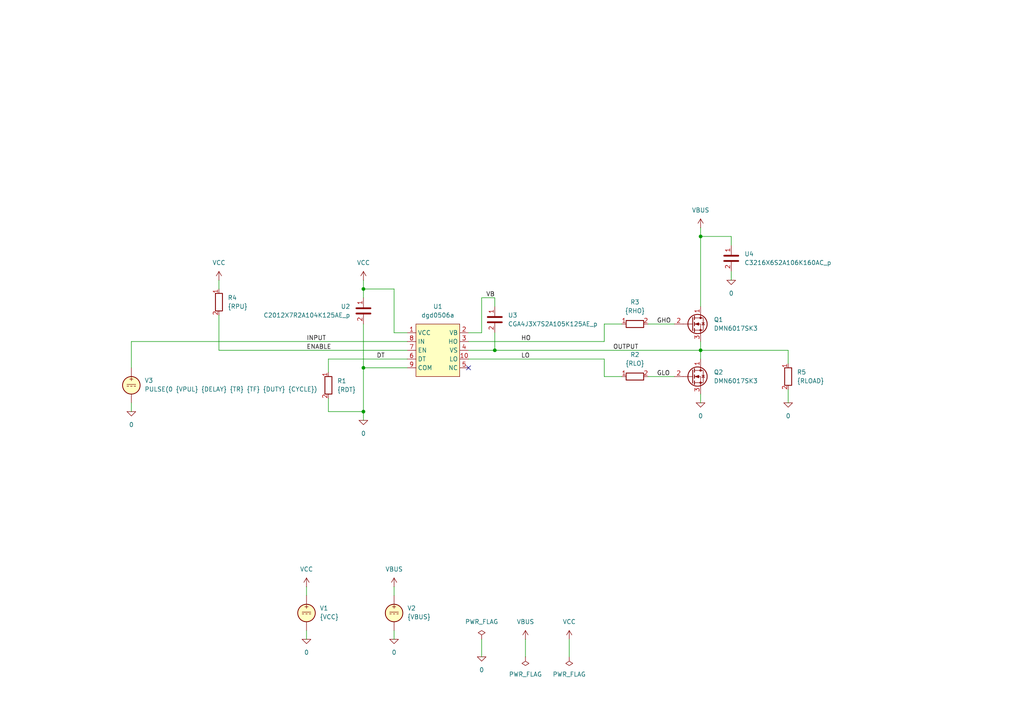
<source format=kicad_sch>
(kicad_sch
	(version 20250114)
	(generator "eeschema")
	(generator_version "9.0")
	(uuid "3ba86220-309e-49c5-838a-f6923db1b462")
	(paper "A4")
	(title_block
		(title "HIGH FREQ HALF-BRIDGE GATE DRIVER WITH PROG DEADTIME")
		(date "2025-04-13")
		(rev "1")
		(company "astroelectronic@")
		(comment 4 "AE01014506")
	)
	(lib_symbols
		(symbol "C_1"
			(pin_names
				(offset 0.254)
				(hide yes)
			)
			(exclude_from_sim no)
			(in_bom yes)
			(on_board yes)
			(property "Reference" "C"
				(at 0.635 2.54 0)
				(effects
					(font
						(size 1.27 1.27)
					)
					(justify left)
				)
			)
			(property "Value" "C"
				(at 0.635 -2.54 0)
				(effects
					(font
						(size 1.27 1.27)
					)
					(justify left)
				)
			)
			(property "Footprint" ""
				(at 0.9652 -3.81 0)
				(effects
					(font
						(size 1.27 1.27)
					)
					(hide yes)
				)
			)
			(property "Datasheet" "~"
				(at 0 0 0)
				(effects
					(font
						(size 1.27 1.27)
					)
					(hide yes)
				)
			)
			(property "Description" "Unpolarized capacitor"
				(at 0 0 0)
				(effects
					(font
						(size 1.27 1.27)
					)
					(hide yes)
				)
			)
			(property "ki_keywords" "cap capacitor"
				(at 0 0 0)
				(effects
					(font
						(size 1.27 1.27)
					)
					(hide yes)
				)
			)
			(property "ki_fp_filters" "C_*"
				(at 0 0 0)
				(effects
					(font
						(size 1.27 1.27)
					)
					(hide yes)
				)
			)
			(symbol "C_1_0_1"
				(polyline
					(pts
						(xy -2.032 0.762) (xy 2.032 0.762)
					)
					(stroke
						(width 0.508)
						(type default)
					)
					(fill
						(type none)
					)
				)
				(polyline
					(pts
						(xy -2.032 -0.762) (xy 2.032 -0.762)
					)
					(stroke
						(width 0.508)
						(type default)
					)
					(fill
						(type none)
					)
				)
			)
			(symbol "C_1_1_1"
				(pin passive line
					(at 0 3.81 270)
					(length 2.794)
					(name "~"
						(effects
							(font
								(size 1.27 1.27)
							)
						)
					)
					(number "1"
						(effects
							(font
								(size 1.27 1.27)
							)
						)
					)
				)
				(pin passive line
					(at 0 -3.81 90)
					(length 2.794)
					(name "~"
						(effects
							(font
								(size 1.27 1.27)
							)
						)
					)
					(number "2"
						(effects
							(font
								(size 1.27 1.27)
							)
						)
					)
				)
			)
			(embedded_fonts no)
		)
		(symbol "C_2"
			(pin_names
				(offset 0.254)
				(hide yes)
			)
			(exclude_from_sim no)
			(in_bom yes)
			(on_board yes)
			(property "Reference" "C"
				(at 0.635 2.54 0)
				(effects
					(font
						(size 1.27 1.27)
					)
					(justify left)
				)
			)
			(property "Value" "C"
				(at 0.635 -2.54 0)
				(effects
					(font
						(size 1.27 1.27)
					)
					(justify left)
				)
			)
			(property "Footprint" ""
				(at 0.9652 -3.81 0)
				(effects
					(font
						(size 1.27 1.27)
					)
					(hide yes)
				)
			)
			(property "Datasheet" "~"
				(at 0 0 0)
				(effects
					(font
						(size 1.27 1.27)
					)
					(hide yes)
				)
			)
			(property "Description" "Unpolarized capacitor"
				(at 0 0 0)
				(effects
					(font
						(size 1.27 1.27)
					)
					(hide yes)
				)
			)
			(property "ki_keywords" "cap capacitor"
				(at 0 0 0)
				(effects
					(font
						(size 1.27 1.27)
					)
					(hide yes)
				)
			)
			(property "ki_fp_filters" "C_*"
				(at 0 0 0)
				(effects
					(font
						(size 1.27 1.27)
					)
					(hide yes)
				)
			)
			(symbol "C_2_0_1"
				(polyline
					(pts
						(xy -2.032 0.762) (xy 2.032 0.762)
					)
					(stroke
						(width 0.508)
						(type default)
					)
					(fill
						(type none)
					)
				)
				(polyline
					(pts
						(xy -2.032 -0.762) (xy 2.032 -0.762)
					)
					(stroke
						(width 0.508)
						(type default)
					)
					(fill
						(type none)
					)
				)
			)
			(symbol "C_2_1_1"
				(pin passive line
					(at 0 3.81 270)
					(length 2.794)
					(name "~"
						(effects
							(font
								(size 1.27 1.27)
							)
						)
					)
					(number "1"
						(effects
							(font
								(size 1.27 1.27)
							)
						)
					)
				)
				(pin passive line
					(at 0 -3.81 90)
					(length 2.794)
					(name "~"
						(effects
							(font
								(size 1.27 1.27)
							)
						)
					)
					(number "2"
						(effects
							(font
								(size 1.27 1.27)
							)
						)
					)
				)
			)
			(embedded_fonts no)
		)
		(symbol "DGD0506A:0"
			(power)
			(pin_numbers
				(hide yes)
			)
			(pin_names
				(offset 0)
				(hide yes)
			)
			(exclude_from_sim no)
			(in_bom yes)
			(on_board yes)
			(property "Reference" "#GND"
				(at 0 -5.08 0)
				(effects
					(font
						(size 1.27 1.27)
					)
					(hide yes)
				)
			)
			(property "Value" "0"
				(at 0 -2.54 0)
				(effects
					(font
						(size 1.27 1.27)
					)
				)
			)
			(property "Footprint" ""
				(at 0 0 0)
				(effects
					(font
						(size 1.27 1.27)
					)
					(hide yes)
				)
			)
			(property "Datasheet" "https://ngspice.sourceforge.io/docs/ngspice-html-manual/manual.xhtml#subsec_Circuit_elements__device"
				(at 0 -10.16 0)
				(effects
					(font
						(size 1.27 1.27)
					)
					(hide yes)
				)
			)
			(property "Description" "0V reference potential for simulation"
				(at 0 -7.62 0)
				(effects
					(font
						(size 1.27 1.27)
					)
					(hide yes)
				)
			)
			(property "ki_keywords" "simulation"
				(at 0 0 0)
				(effects
					(font
						(size 1.27 1.27)
					)
					(hide yes)
				)
			)
			(symbol "0_0_1"
				(polyline
					(pts
						(xy -1.27 0) (xy 0 -1.27) (xy 1.27 0) (xy -1.27 0)
					)
					(stroke
						(width 0)
						(type default)
					)
					(fill
						(type none)
					)
				)
			)
			(symbol "0_1_1"
				(pin power_in line
					(at 0 0 0)
					(length 0)
					(name "~"
						(effects
							(font
								(size 1.016 1.016)
							)
						)
					)
					(number "1"
						(effects
							(font
								(size 1.016 1.016)
							)
						)
					)
				)
			)
			(embedded_fonts no)
		)
		(symbol "DGD0506A:C"
			(pin_names
				(offset 0.254)
				(hide yes)
			)
			(exclude_from_sim no)
			(in_bom yes)
			(on_board yes)
			(property "Reference" "C"
				(at 0.635 2.54 0)
				(effects
					(font
						(size 1.27 1.27)
					)
					(justify left)
				)
			)
			(property "Value" "C"
				(at 0.635 -2.54 0)
				(effects
					(font
						(size 1.27 1.27)
					)
					(justify left)
				)
			)
			(property "Footprint" ""
				(at 0.9652 -3.81 0)
				(effects
					(font
						(size 1.27 1.27)
					)
					(hide yes)
				)
			)
			(property "Datasheet" "~"
				(at 0 0 0)
				(effects
					(font
						(size 1.27 1.27)
					)
					(hide yes)
				)
			)
			(property "Description" "Unpolarized capacitor"
				(at 0 0 0)
				(effects
					(font
						(size 1.27 1.27)
					)
					(hide yes)
				)
			)
			(property "ki_keywords" "cap capacitor"
				(at 0 0 0)
				(effects
					(font
						(size 1.27 1.27)
					)
					(hide yes)
				)
			)
			(property "ki_fp_filters" "C_*"
				(at 0 0 0)
				(effects
					(font
						(size 1.27 1.27)
					)
					(hide yes)
				)
			)
			(symbol "C_0_1"
				(polyline
					(pts
						(xy -2.032 0.762) (xy 2.032 0.762)
					)
					(stroke
						(width 0.508)
						(type default)
					)
					(fill
						(type none)
					)
				)
				(polyline
					(pts
						(xy -2.032 -0.762) (xy 2.032 -0.762)
					)
					(stroke
						(width 0.508)
						(type default)
					)
					(fill
						(type none)
					)
				)
			)
			(symbol "C_1_1"
				(pin passive line
					(at 0 3.81 270)
					(length 2.794)
					(name "~"
						(effects
							(font
								(size 1.27 1.27)
							)
						)
					)
					(number "1"
						(effects
							(font
								(size 1.27 1.27)
							)
						)
					)
				)
				(pin passive line
					(at 0 -3.81 90)
					(length 2.794)
					(name "~"
						(effects
							(font
								(size 1.27 1.27)
							)
						)
					)
					(number "2"
						(effects
							(font
								(size 1.27 1.27)
							)
						)
					)
				)
			)
			(embedded_fonts no)
		)
		(symbol "DGD0506A:DGD0506A"
			(exclude_from_sim no)
			(in_bom yes)
			(on_board yes)
			(property "Reference" "U"
				(at 0 10.922 0)
				(effects
					(font
						(size 1.27 1.27)
					)
				)
			)
			(property "Value" "DGD0506A"
				(at -0.254 8.89 0)
				(effects
					(font
						(size 1.27 1.27)
					)
				)
			)
			(property "Footprint" ""
				(at -6.35 5.08 0)
				(effects
					(font
						(size 1.27 1.27)
					)
					(hide yes)
				)
			)
			(property "Datasheet" ""
				(at -6.35 5.08 0)
				(effects
					(font
						(size 1.27 1.27)
					)
					(hide yes)
				)
			)
			(property "Description" ""
				(at -6.35 5.08 0)
				(effects
					(font
						(size 1.27 1.27)
					)
					(hide yes)
				)
			)
			(symbol "DGD0506A_1_1"
				(rectangle
					(start -6.35 7.62)
					(end 6.35 -7.62)
					(stroke
						(width 0)
						(type solid)
					)
					(fill
						(type background)
					)
				)
				(pin passive line
					(at -8.89 5.08 0)
					(length 2.54)
					(name "VCC"
						(effects
							(font
								(size 1.27 1.27)
							)
						)
					)
					(number "1"
						(effects
							(font
								(size 1.27 1.27)
							)
						)
					)
				)
				(pin passive line
					(at -8.89 2.54 0)
					(length 2.54)
					(name "IN"
						(effects
							(font
								(size 1.27 1.27)
							)
						)
					)
					(number "8"
						(effects
							(font
								(size 1.27 1.27)
							)
						)
					)
				)
				(pin passive line
					(at -8.89 0 0)
					(length 2.54)
					(name "EN"
						(effects
							(font
								(size 1.27 1.27)
							)
						)
					)
					(number "7"
						(effects
							(font
								(size 1.27 1.27)
							)
						)
					)
				)
				(pin passive line
					(at -8.89 -2.54 0)
					(length 2.54)
					(name "DT"
						(effects
							(font
								(size 1.27 1.27)
							)
						)
					)
					(number "6"
						(effects
							(font
								(size 1.27 1.27)
							)
						)
					)
				)
				(pin passive line
					(at -8.89 -5.08 0)
					(length 2.54)
					(name "COM"
						(effects
							(font
								(size 1.27 1.27)
							)
						)
					)
					(number "9"
						(effects
							(font
								(size 1.27 1.27)
							)
						)
					)
				)
				(pin passive line
					(at 8.89 5.08 180)
					(length 2.54)
					(name "VB"
						(effects
							(font
								(size 1.27 1.27)
							)
						)
					)
					(number "2"
						(effects
							(font
								(size 1.27 1.27)
							)
						)
					)
				)
				(pin passive line
					(at 8.89 2.54 180)
					(length 2.54)
					(name "HO"
						(effects
							(font
								(size 1.27 1.27)
							)
						)
					)
					(number "3"
						(effects
							(font
								(size 1.27 1.27)
							)
						)
					)
				)
				(pin passive line
					(at 8.89 0 180)
					(length 2.54)
					(name "VS"
						(effects
							(font
								(size 1.27 1.27)
							)
						)
					)
					(number "4"
						(effects
							(font
								(size 1.27 1.27)
							)
						)
					)
				)
				(pin passive line
					(at 8.89 -2.54 180)
					(length 2.54)
					(name "LO"
						(effects
							(font
								(size 1.27 1.27)
							)
						)
					)
					(number "10"
						(effects
							(font
								(size 1.27 1.27)
							)
						)
					)
				)
				(pin passive line
					(at 8.89 -5.08 180)
					(length 2.54)
					(name "NC"
						(effects
							(font
								(size 1.27 1.27)
							)
						)
					)
					(number "5"
						(effects
							(font
								(size 1.27 1.27)
							)
						)
					)
				)
			)
			(embedded_fonts no)
		)
		(symbol "DGD0506A:PWR_FLAG"
			(power)
			(pin_numbers
				(hide yes)
			)
			(pin_names
				(offset 0)
				(hide yes)
			)
			(exclude_from_sim no)
			(in_bom yes)
			(on_board yes)
			(property "Reference" "#FLG"
				(at 0 1.905 0)
				(effects
					(font
						(size 1.27 1.27)
					)
					(hide yes)
				)
			)
			(property "Value" "PWR_FLAG"
				(at 0 3.81 0)
				(effects
					(font
						(size 1.27 1.27)
					)
				)
			)
			(property "Footprint" ""
				(at 0 0 0)
				(effects
					(font
						(size 1.27 1.27)
					)
					(hide yes)
				)
			)
			(property "Datasheet" "~"
				(at 0 0 0)
				(effects
					(font
						(size 1.27 1.27)
					)
					(hide yes)
				)
			)
			(property "Description" "Special symbol for telling ERC where power comes from"
				(at 0 0 0)
				(effects
					(font
						(size 1.27 1.27)
					)
					(hide yes)
				)
			)
			(property "ki_keywords" "flag power"
				(at 0 0 0)
				(effects
					(font
						(size 1.27 1.27)
					)
					(hide yes)
				)
			)
			(symbol "PWR_FLAG_0_0"
				(pin power_out line
					(at 0 0 90)
					(length 0)
					(name "~"
						(effects
							(font
								(size 1.27 1.27)
							)
						)
					)
					(number "1"
						(effects
							(font
								(size 1.27 1.27)
							)
						)
					)
				)
			)
			(symbol "PWR_FLAG_0_1"
				(polyline
					(pts
						(xy 0 0) (xy 0 1.27) (xy -1.016 1.905) (xy 0 2.54) (xy 1.016 1.905) (xy 0 1.27)
					)
					(stroke
						(width 0)
						(type default)
					)
					(fill
						(type none)
					)
				)
			)
			(embedded_fonts no)
		)
		(symbol "DGD0506A:Q_NMOS_DGS"
			(pin_names
				(offset 0)
				(hide yes)
			)
			(exclude_from_sim no)
			(in_bom yes)
			(on_board yes)
			(property "Reference" "Q"
				(at 5.08 1.905 0)
				(effects
					(font
						(size 1.27 1.27)
					)
					(justify left)
				)
			)
			(property "Value" "Q_NMOS_DGS"
				(at 5.08 0 0)
				(effects
					(font
						(size 1.27 1.27)
					)
					(justify left)
				)
			)
			(property "Footprint" ""
				(at 5.08 2.54 0)
				(effects
					(font
						(size 1.27 1.27)
					)
					(hide yes)
				)
			)
			(property "Datasheet" "~"
				(at 0 0 0)
				(effects
					(font
						(size 1.27 1.27)
					)
					(hide yes)
				)
			)
			(property "Description" "N-MOSFET transistor, drain/gate/source"
				(at 0 0 0)
				(effects
					(font
						(size 1.27 1.27)
					)
					(hide yes)
				)
			)
			(property "ki_keywords" "transistor NMOS N-MOS N-MOSFET"
				(at 0 0 0)
				(effects
					(font
						(size 1.27 1.27)
					)
					(hide yes)
				)
			)
			(symbol "Q_NMOS_DGS_0_1"
				(polyline
					(pts
						(xy 0.254 1.905) (xy 0.254 -1.905)
					)
					(stroke
						(width 0.254)
						(type default)
					)
					(fill
						(type none)
					)
				)
				(polyline
					(pts
						(xy 0.254 0) (xy -2.54 0)
					)
					(stroke
						(width 0)
						(type default)
					)
					(fill
						(type none)
					)
				)
				(polyline
					(pts
						(xy 0.762 2.286) (xy 0.762 1.27)
					)
					(stroke
						(width 0.254)
						(type default)
					)
					(fill
						(type none)
					)
				)
				(polyline
					(pts
						(xy 0.762 0.508) (xy 0.762 -0.508)
					)
					(stroke
						(width 0.254)
						(type default)
					)
					(fill
						(type none)
					)
				)
				(polyline
					(pts
						(xy 0.762 -1.27) (xy 0.762 -2.286)
					)
					(stroke
						(width 0.254)
						(type default)
					)
					(fill
						(type none)
					)
				)
				(polyline
					(pts
						(xy 0.762 -1.778) (xy 3.302 -1.778) (xy 3.302 1.778) (xy 0.762 1.778)
					)
					(stroke
						(width 0)
						(type default)
					)
					(fill
						(type none)
					)
				)
				(polyline
					(pts
						(xy 1.016 0) (xy 2.032 0.381) (xy 2.032 -0.381) (xy 1.016 0)
					)
					(stroke
						(width 0)
						(type default)
					)
					(fill
						(type outline)
					)
				)
				(circle
					(center 1.651 0)
					(radius 2.794)
					(stroke
						(width 0.254)
						(type default)
					)
					(fill
						(type none)
					)
				)
				(polyline
					(pts
						(xy 2.54 2.54) (xy 2.54 1.778)
					)
					(stroke
						(width 0)
						(type default)
					)
					(fill
						(type none)
					)
				)
				(circle
					(center 2.54 1.778)
					(radius 0.254)
					(stroke
						(width 0)
						(type default)
					)
					(fill
						(type outline)
					)
				)
				(circle
					(center 2.54 -1.778)
					(radius 0.254)
					(stroke
						(width 0)
						(type default)
					)
					(fill
						(type outline)
					)
				)
				(polyline
					(pts
						(xy 2.54 -2.54) (xy 2.54 0) (xy 0.762 0)
					)
					(stroke
						(width 0)
						(type default)
					)
					(fill
						(type none)
					)
				)
				(polyline
					(pts
						(xy 2.921 0.381) (xy 3.683 0.381)
					)
					(stroke
						(width 0)
						(type default)
					)
					(fill
						(type none)
					)
				)
				(polyline
					(pts
						(xy 3.302 0.381) (xy 2.921 -0.254) (xy 3.683 -0.254) (xy 3.302 0.381)
					)
					(stroke
						(width 0)
						(type default)
					)
					(fill
						(type none)
					)
				)
			)
			(symbol "Q_NMOS_DGS_1_1"
				(pin input line
					(at -5.08 0 0)
					(length 2.54)
					(name "G"
						(effects
							(font
								(size 1.27 1.27)
							)
						)
					)
					(number "2"
						(effects
							(font
								(size 1.27 1.27)
							)
						)
					)
				)
				(pin passive line
					(at 2.54 5.08 270)
					(length 2.54)
					(name "D"
						(effects
							(font
								(size 1.27 1.27)
							)
						)
					)
					(number "1"
						(effects
							(font
								(size 1.27 1.27)
							)
						)
					)
				)
				(pin passive line
					(at 2.54 -5.08 90)
					(length 2.54)
					(name "S"
						(effects
							(font
								(size 1.27 1.27)
							)
						)
					)
					(number "3"
						(effects
							(font
								(size 1.27 1.27)
							)
						)
					)
				)
			)
			(embedded_fonts no)
		)
		(symbol "DGD0506A:R"
			(pin_names
				(offset 0)
				(hide yes)
			)
			(exclude_from_sim no)
			(in_bom yes)
			(on_board yes)
			(property "Reference" "R"
				(at 2.032 0 90)
				(effects
					(font
						(size 1.27 1.27)
					)
				)
			)
			(property "Value" "R"
				(at 0 0 90)
				(effects
					(font
						(size 1.27 1.27)
					)
				)
			)
			(property "Footprint" ""
				(at -1.778 0 90)
				(effects
					(font
						(size 1.27 1.27)
					)
					(hide yes)
				)
			)
			(property "Datasheet" "~"
				(at 0 0 0)
				(effects
					(font
						(size 1.27 1.27)
					)
					(hide yes)
				)
			)
			(property "Description" "Resistor"
				(at 0 0 0)
				(effects
					(font
						(size 1.27 1.27)
					)
					(hide yes)
				)
			)
			(property "ki_keywords" "R res resistor"
				(at 0 0 0)
				(effects
					(font
						(size 1.27 1.27)
					)
					(hide yes)
				)
			)
			(property "ki_fp_filters" "R_*"
				(at 0 0 0)
				(effects
					(font
						(size 1.27 1.27)
					)
					(hide yes)
				)
			)
			(symbol "R_0_1"
				(rectangle
					(start -1.016 -2.54)
					(end 1.016 2.54)
					(stroke
						(width 0.254)
						(type default)
					)
					(fill
						(type none)
					)
				)
			)
			(symbol "R_1_1"
				(pin passive line
					(at 0 3.81 270)
					(length 1.27)
					(name "~"
						(effects
							(font
								(size 1.27 1.27)
							)
						)
					)
					(number "1"
						(effects
							(font
								(size 1.27 1.27)
							)
						)
					)
				)
				(pin passive line
					(at 0 -3.81 90)
					(length 1.27)
					(name "~"
						(effects
							(font
								(size 1.27 1.27)
							)
						)
					)
					(number "2"
						(effects
							(font
								(size 1.27 1.27)
							)
						)
					)
				)
			)
			(embedded_fonts no)
		)
		(symbol "DGD0506A:VCC"
			(power)
			(pin_numbers
				(hide yes)
			)
			(pin_names
				(offset 0)
				(hide yes)
			)
			(exclude_from_sim no)
			(in_bom yes)
			(on_board yes)
			(property "Reference" "#PWR"
				(at 0 -3.81 0)
				(effects
					(font
						(size 1.27 1.27)
					)
					(hide yes)
				)
			)
			(property "Value" "VCC"
				(at 0 3.556 0)
				(effects
					(font
						(size 1.27 1.27)
					)
				)
			)
			(property "Footprint" ""
				(at 0 0 0)
				(effects
					(font
						(size 1.27 1.27)
					)
					(hide yes)
				)
			)
			(property "Datasheet" ""
				(at 0 0 0)
				(effects
					(font
						(size 1.27 1.27)
					)
					(hide yes)
				)
			)
			(property "Description" "Power symbol creates a global label with name \"VCC\""
				(at 0 0 0)
				(effects
					(font
						(size 1.27 1.27)
					)
					(hide yes)
				)
			)
			(property "ki_keywords" "global power"
				(at 0 0 0)
				(effects
					(font
						(size 1.27 1.27)
					)
					(hide yes)
				)
			)
			(symbol "VCC_0_1"
				(polyline
					(pts
						(xy -0.762 1.27) (xy 0 2.54)
					)
					(stroke
						(width 0)
						(type default)
					)
					(fill
						(type none)
					)
				)
				(polyline
					(pts
						(xy 0 2.54) (xy 0.762 1.27)
					)
					(stroke
						(width 0)
						(type default)
					)
					(fill
						(type none)
					)
				)
				(polyline
					(pts
						(xy 0 0) (xy 0 2.54)
					)
					(stroke
						(width 0)
						(type default)
					)
					(fill
						(type none)
					)
				)
			)
			(symbol "VCC_1_1"
				(pin power_in line
					(at 0 0 90)
					(length 0)
					(name "~"
						(effects
							(font
								(size 1.27 1.27)
							)
						)
					)
					(number "1"
						(effects
							(font
								(size 1.27 1.27)
							)
						)
					)
				)
			)
			(embedded_fonts no)
		)
		(symbol "DGD0506A:VDC"
			(pin_numbers
				(hide yes)
			)
			(pin_names
				(offset 0.0254)
			)
			(exclude_from_sim no)
			(in_bom yes)
			(on_board yes)
			(property "Reference" "V"
				(at 2.54 2.54 0)
				(effects
					(font
						(size 1.27 1.27)
					)
					(justify left)
				)
			)
			(property "Value" "1"
				(at 2.54 0 0)
				(effects
					(font
						(size 1.27 1.27)
					)
					(justify left)
				)
			)
			(property "Footprint" ""
				(at 0 0 0)
				(effects
					(font
						(size 1.27 1.27)
					)
					(hide yes)
				)
			)
			(property "Datasheet" "https://ngspice.sourceforge.io/docs/ngspice-html-manual/manual.xhtml#sec_Independent_Sources_for"
				(at 0 0 0)
				(effects
					(font
						(size 1.27 1.27)
					)
					(hide yes)
				)
			)
			(property "Description" "Voltage source, DC"
				(at 0 0 0)
				(effects
					(font
						(size 1.27 1.27)
					)
					(hide yes)
				)
			)
			(property "Sim.Pins" "1=+ 2=-"
				(at 0 0 0)
				(effects
					(font
						(size 1.27 1.27)
					)
					(hide yes)
				)
			)
			(property "Sim.Type" "DC"
				(at 0 0 0)
				(effects
					(font
						(size 1.27 1.27)
					)
					(hide yes)
				)
			)
			(property "Sim.Device" "V"
				(at 0 0 0)
				(effects
					(font
						(size 1.27 1.27)
					)
					(justify left)
					(hide yes)
				)
			)
			(property "ki_keywords" "simulation"
				(at 0 0 0)
				(effects
					(font
						(size 1.27 1.27)
					)
					(hide yes)
				)
			)
			(symbol "VDC_0_0"
				(polyline
					(pts
						(xy -1.27 0.254) (xy 1.27 0.254)
					)
					(stroke
						(width 0)
						(type default)
					)
					(fill
						(type none)
					)
				)
				(polyline
					(pts
						(xy -0.762 -0.254) (xy -1.27 -0.254)
					)
					(stroke
						(width 0)
						(type default)
					)
					(fill
						(type none)
					)
				)
				(polyline
					(pts
						(xy 0.254 -0.254) (xy -0.254 -0.254)
					)
					(stroke
						(width 0)
						(type default)
					)
					(fill
						(type none)
					)
				)
				(polyline
					(pts
						(xy 1.27 -0.254) (xy 0.762 -0.254)
					)
					(stroke
						(width 0)
						(type default)
					)
					(fill
						(type none)
					)
				)
				(text "+"
					(at 0 1.905 0)
					(effects
						(font
							(size 1.27 1.27)
						)
					)
				)
			)
			(symbol "VDC_0_1"
				(circle
					(center 0 0)
					(radius 2.54)
					(stroke
						(width 0.254)
						(type default)
					)
					(fill
						(type background)
					)
				)
			)
			(symbol "VDC_1_1"
				(pin passive line
					(at 0 5.08 270)
					(length 2.54)
					(name "~"
						(effects
							(font
								(size 1.27 1.27)
							)
						)
					)
					(number "1"
						(effects
							(font
								(size 1.27 1.27)
							)
						)
					)
				)
				(pin passive line
					(at 0 -5.08 90)
					(length 2.54)
					(name "~"
						(effects
							(font
								(size 1.27 1.27)
							)
						)
					)
					(number "2"
						(effects
							(font
								(size 1.27 1.27)
							)
						)
					)
				)
			)
			(embedded_fonts no)
		)
		(symbol "Device:R"
			(pin_names
				(offset 0)
				(hide yes)
			)
			(exclude_from_sim no)
			(in_bom yes)
			(on_board yes)
			(property "Reference" "R"
				(at 2.032 0 90)
				(effects
					(font
						(size 1.27 1.27)
					)
				)
			)
			(property "Value" "R"
				(at 0 0 90)
				(effects
					(font
						(size 1.27 1.27)
					)
				)
			)
			(property "Footprint" ""
				(at -1.778 0 90)
				(effects
					(font
						(size 1.27 1.27)
					)
					(hide yes)
				)
			)
			(property "Datasheet" "~"
				(at 0 0 0)
				(effects
					(font
						(size 1.27 1.27)
					)
					(hide yes)
				)
			)
			(property "Description" "Resistor"
				(at 0 0 0)
				(effects
					(font
						(size 1.27 1.27)
					)
					(hide yes)
				)
			)
			(property "ki_keywords" "R res resistor"
				(at 0 0 0)
				(effects
					(font
						(size 1.27 1.27)
					)
					(hide yes)
				)
			)
			(property "ki_fp_filters" "R_*"
				(at 0 0 0)
				(effects
					(font
						(size 1.27 1.27)
					)
					(hide yes)
				)
			)
			(symbol "R_0_1"
				(rectangle
					(start -1.016 -2.54)
					(end 1.016 2.54)
					(stroke
						(width 0.254)
						(type default)
					)
					(fill
						(type none)
					)
				)
			)
			(symbol "R_1_1"
				(pin passive line
					(at 0 3.81 270)
					(length 1.27)
					(name "~"
						(effects
							(font
								(size 1.27 1.27)
							)
						)
					)
					(number "1"
						(effects
							(font
								(size 1.27 1.27)
							)
						)
					)
				)
				(pin passive line
					(at 0 -3.81 90)
					(length 1.27)
					(name "~"
						(effects
							(font
								(size 1.27 1.27)
							)
						)
					)
					(number "2"
						(effects
							(font
								(size 1.27 1.27)
							)
						)
					)
				)
			)
			(embedded_fonts no)
		)
		(symbol "R_1"
			(pin_names
				(offset 0)
				(hide yes)
			)
			(exclude_from_sim no)
			(in_bom yes)
			(on_board yes)
			(property "Reference" "R"
				(at 2.032 0 90)
				(effects
					(font
						(size 1.27 1.27)
					)
				)
			)
			(property "Value" "R"
				(at 0 0 90)
				(effects
					(font
						(size 1.27 1.27)
					)
				)
			)
			(property "Footprint" ""
				(at -1.778 0 90)
				(effects
					(font
						(size 1.27 1.27)
					)
					(hide yes)
				)
			)
			(property "Datasheet" "~"
				(at 0 0 0)
				(effects
					(font
						(size 1.27 1.27)
					)
					(hide yes)
				)
			)
			(property "Description" "Resistor"
				(at 0 0 0)
				(effects
					(font
						(size 1.27 1.27)
					)
					(hide yes)
				)
			)
			(property "ki_keywords" "R res resistor"
				(at 0 0 0)
				(effects
					(font
						(size 1.27 1.27)
					)
					(hide yes)
				)
			)
			(property "ki_fp_filters" "R_*"
				(at 0 0 0)
				(effects
					(font
						(size 1.27 1.27)
					)
					(hide yes)
				)
			)
			(symbol "R_1_0_1"
				(rectangle
					(start -1.016 -2.54)
					(end 1.016 2.54)
					(stroke
						(width 0.254)
						(type default)
					)
					(fill
						(type none)
					)
				)
			)
			(symbol "R_1_1_1"
				(pin passive line
					(at 0 3.81 270)
					(length 1.27)
					(name "~"
						(effects
							(font
								(size 1.27 1.27)
							)
						)
					)
					(number "1"
						(effects
							(font
								(size 1.27 1.27)
							)
						)
					)
				)
				(pin passive line
					(at 0 -3.81 90)
					(length 1.27)
					(name "~"
						(effects
							(font
								(size 1.27 1.27)
							)
						)
					)
					(number "2"
						(effects
							(font
								(size 1.27 1.27)
							)
						)
					)
				)
			)
			(embedded_fonts no)
		)
		(symbol "R_2"
			(pin_names
				(offset 0)
				(hide yes)
			)
			(exclude_from_sim no)
			(in_bom yes)
			(on_board yes)
			(property "Reference" "R"
				(at 2.032 0 90)
				(effects
					(font
						(size 1.27 1.27)
					)
				)
			)
			(property "Value" "R"
				(at 0 0 90)
				(effects
					(font
						(size 1.27 1.27)
					)
				)
			)
			(property "Footprint" ""
				(at -1.778 0 90)
				(effects
					(font
						(size 1.27 1.27)
					)
					(hide yes)
				)
			)
			(property "Datasheet" "~"
				(at 0 0 0)
				(effects
					(font
						(size 1.27 1.27)
					)
					(hide yes)
				)
			)
			(property "Description" "Resistor"
				(at 0 0 0)
				(effects
					(font
						(size 1.27 1.27)
					)
					(hide yes)
				)
			)
			(property "ki_keywords" "R res resistor"
				(at 0 0 0)
				(effects
					(font
						(size 1.27 1.27)
					)
					(hide yes)
				)
			)
			(property "ki_fp_filters" "R_*"
				(at 0 0 0)
				(effects
					(font
						(size 1.27 1.27)
					)
					(hide yes)
				)
			)
			(symbol "R_2_0_1"
				(rectangle
					(start -1.016 -2.54)
					(end 1.016 2.54)
					(stroke
						(width 0.254)
						(type default)
					)
					(fill
						(type none)
					)
				)
			)
			(symbol "R_2_1_1"
				(pin passive line
					(at 0 3.81 270)
					(length 1.27)
					(name "~"
						(effects
							(font
								(size 1.27 1.27)
							)
						)
					)
					(number "1"
						(effects
							(font
								(size 1.27 1.27)
							)
						)
					)
				)
				(pin passive line
					(at 0 -3.81 90)
					(length 1.27)
					(name "~"
						(effects
							(font
								(size 1.27 1.27)
							)
						)
					)
					(number "2"
						(effects
							(font
								(size 1.27 1.27)
							)
						)
					)
				)
			)
			(embedded_fonts no)
		)
		(symbol "R_3"
			(pin_names
				(offset 0)
				(hide yes)
			)
			(exclude_from_sim no)
			(in_bom yes)
			(on_board yes)
			(property "Reference" "R"
				(at 2.032 0 90)
				(effects
					(font
						(size 1.27 1.27)
					)
				)
			)
			(property "Value" "R"
				(at 0 0 90)
				(effects
					(font
						(size 1.27 1.27)
					)
				)
			)
			(property "Footprint" ""
				(at -1.778 0 90)
				(effects
					(font
						(size 1.27 1.27)
					)
					(hide yes)
				)
			)
			(property "Datasheet" "~"
				(at 0 0 0)
				(effects
					(font
						(size 1.27 1.27)
					)
					(hide yes)
				)
			)
			(property "Description" "Resistor"
				(at 0 0 0)
				(effects
					(font
						(size 1.27 1.27)
					)
					(hide yes)
				)
			)
			(property "ki_keywords" "R res resistor"
				(at 0 0 0)
				(effects
					(font
						(size 1.27 1.27)
					)
					(hide yes)
				)
			)
			(property "ki_fp_filters" "R_*"
				(at 0 0 0)
				(effects
					(font
						(size 1.27 1.27)
					)
					(hide yes)
				)
			)
			(symbol "R_3_0_1"
				(rectangle
					(start -1.016 -2.54)
					(end 1.016 2.54)
					(stroke
						(width 0.254)
						(type default)
					)
					(fill
						(type none)
					)
				)
			)
			(symbol "R_3_1_1"
				(pin passive line
					(at 0 3.81 270)
					(length 1.27)
					(name "~"
						(effects
							(font
								(size 1.27 1.27)
							)
						)
					)
					(number "1"
						(effects
							(font
								(size 1.27 1.27)
							)
						)
					)
				)
				(pin passive line
					(at 0 -3.81 90)
					(length 1.27)
					(name "~"
						(effects
							(font
								(size 1.27 1.27)
							)
						)
					)
					(number "2"
						(effects
							(font
								(size 1.27 1.27)
							)
						)
					)
				)
			)
			(embedded_fonts no)
		)
		(symbol "power:VBUS"
			(power)
			(pin_numbers
				(hide yes)
			)
			(pin_names
				(offset 0)
				(hide yes)
			)
			(exclude_from_sim no)
			(in_bom yes)
			(on_board yes)
			(property "Reference" "#PWR"
				(at 0 -3.81 0)
				(effects
					(font
						(size 1.27 1.27)
					)
					(hide yes)
				)
			)
			(property "Value" "VBUS"
				(at 0 3.556 0)
				(effects
					(font
						(size 1.27 1.27)
					)
				)
			)
			(property "Footprint" ""
				(at 0 0 0)
				(effects
					(font
						(size 1.27 1.27)
					)
					(hide yes)
				)
			)
			(property "Datasheet" ""
				(at 0 0 0)
				(effects
					(font
						(size 1.27 1.27)
					)
					(hide yes)
				)
			)
			(property "Description" "Power symbol creates a global label with name \"VBUS\""
				(at 0 0 0)
				(effects
					(font
						(size 1.27 1.27)
					)
					(hide yes)
				)
			)
			(property "ki_keywords" "global power"
				(at 0 0 0)
				(effects
					(font
						(size 1.27 1.27)
					)
					(hide yes)
				)
			)
			(symbol "VBUS_0_1"
				(polyline
					(pts
						(xy -0.762 1.27) (xy 0 2.54)
					)
					(stroke
						(width 0)
						(type default)
					)
					(fill
						(type none)
					)
				)
				(polyline
					(pts
						(xy 0 2.54) (xy 0.762 1.27)
					)
					(stroke
						(width 0)
						(type default)
					)
					(fill
						(type none)
					)
				)
				(polyline
					(pts
						(xy 0 0) (xy 0 2.54)
					)
					(stroke
						(width 0)
						(type default)
					)
					(fill
						(type none)
					)
				)
			)
			(symbol "VBUS_1_1"
				(pin power_in line
					(at 0 0 90)
					(length 0)
					(name "~"
						(effects
							(font
								(size 1.27 1.27)
							)
						)
					)
					(number "1"
						(effects
							(font
								(size 1.27 1.27)
							)
						)
					)
				)
			)
			(embedded_fonts no)
		)
		(symbol "power:VCC"
			(power)
			(pin_numbers
				(hide yes)
			)
			(pin_names
				(offset 0)
				(hide yes)
			)
			(exclude_from_sim no)
			(in_bom yes)
			(on_board yes)
			(property "Reference" "#PWR"
				(at 0 -3.81 0)
				(effects
					(font
						(size 1.27 1.27)
					)
					(hide yes)
				)
			)
			(property "Value" "VCC"
				(at 0 3.556 0)
				(effects
					(font
						(size 1.27 1.27)
					)
				)
			)
			(property "Footprint" ""
				(at 0 0 0)
				(effects
					(font
						(size 1.27 1.27)
					)
					(hide yes)
				)
			)
			(property "Datasheet" ""
				(at 0 0 0)
				(effects
					(font
						(size 1.27 1.27)
					)
					(hide yes)
				)
			)
			(property "Description" "Power symbol creates a global label with name \"VCC\""
				(at 0 0 0)
				(effects
					(font
						(size 1.27 1.27)
					)
					(hide yes)
				)
			)
			(property "ki_keywords" "global power"
				(at 0 0 0)
				(effects
					(font
						(size 1.27 1.27)
					)
					(hide yes)
				)
			)
			(symbol "VCC_0_1"
				(polyline
					(pts
						(xy -0.762 1.27) (xy 0 2.54)
					)
					(stroke
						(width 0)
						(type default)
					)
					(fill
						(type none)
					)
				)
				(polyline
					(pts
						(xy 0 2.54) (xy 0.762 1.27)
					)
					(stroke
						(width 0)
						(type default)
					)
					(fill
						(type none)
					)
				)
				(polyline
					(pts
						(xy 0 0) (xy 0 2.54)
					)
					(stroke
						(width 0)
						(type default)
					)
					(fill
						(type none)
					)
				)
			)
			(symbol "VCC_1_1"
				(pin power_in line
					(at 0 0 90)
					(length 0)
					(name "~"
						(effects
							(font
								(size 1.27 1.27)
							)
						)
					)
					(number "1"
						(effects
							(font
								(size 1.27 1.27)
							)
						)
					)
				)
			)
			(embedded_fonts no)
		)
	)
	(junction
		(at 105.41 83.82)
		(diameter 0)
		(color 0 0 0 0)
		(uuid "3ba480fc-215b-48a7-9151-1cb8b3209a8b")
	)
	(junction
		(at 105.41 119.38)
		(diameter 0)
		(color 0 0 0 0)
		(uuid "4e2626b5-acef-4a14-8729-ad6bd03856c1")
	)
	(junction
		(at 105.41 106.68)
		(diameter 0)
		(color 0 0 0 0)
		(uuid "6feeb2af-ccc4-4abf-9351-09f72965fa55")
	)
	(junction
		(at 203.2 68.58)
		(diameter 0)
		(color 0 0 0 0)
		(uuid "c8e957f0-97af-46d4-b0ea-2ac0eaccde30")
	)
	(junction
		(at 143.51 101.6)
		(diameter 0)
		(color 0 0 0 0)
		(uuid "d8c68717-214b-4055-b020-e70db6d09b10")
	)
	(junction
		(at 203.2 101.6)
		(diameter 0)
		(color 0 0 0 0)
		(uuid "f1968772-5ce2-4d29-9a5b-92fcef57a3dc")
	)
	(no_connect
		(at 135.89 106.68)
		(uuid "198b5cab-e1f4-40e7-9717-9e334767ff74")
	)
	(wire
		(pts
			(xy 114.3 83.82) (xy 105.41 83.82)
		)
		(stroke
			(width 0)
			(type default)
		)
		(uuid "057a4716-16e0-48b0-89e2-36e20273b969")
	)
	(wire
		(pts
			(xy 212.09 78.74) (xy 212.09 81.28)
		)
		(stroke
			(width 0)
			(type default)
		)
		(uuid "09b0a744-b1ca-474b-a0ad-27ec5bd35ffe")
	)
	(wire
		(pts
			(xy 175.26 99.06) (xy 175.26 93.98)
		)
		(stroke
			(width 0)
			(type default)
		)
		(uuid "113a3fc7-8987-41b4-a0d5-d3ebaac65b98")
	)
	(wire
		(pts
			(xy 152.4 185.42) (xy 152.4 190.5)
		)
		(stroke
			(width 0)
			(type default)
		)
		(uuid "15302d3e-20e5-4e51-8ea5-f386d956f005")
	)
	(wire
		(pts
			(xy 143.51 86.36) (xy 143.51 88.9)
		)
		(stroke
			(width 0)
			(type default)
		)
		(uuid "1d4f39a0-1d5f-4669-96ce-74b4ff719420")
	)
	(wire
		(pts
			(xy 135.89 101.6) (xy 143.51 101.6)
		)
		(stroke
			(width 0)
			(type default)
		)
		(uuid "1e4a23f2-be8a-4991-8d88-c312e071952c")
	)
	(wire
		(pts
			(xy 105.41 119.38) (xy 105.41 121.92)
		)
		(stroke
			(width 0)
			(type default)
		)
		(uuid "2803b6aa-9bc6-4d24-9bec-da4b8ed1d6a9")
	)
	(wire
		(pts
			(xy 203.2 114.3) (xy 203.2 116.84)
		)
		(stroke
			(width 0)
			(type default)
		)
		(uuid "2bd8cbaa-74d8-4929-a588-c39a5cf36d34")
	)
	(wire
		(pts
			(xy 63.5 81.28) (xy 63.5 83.82)
		)
		(stroke
			(width 0)
			(type default)
		)
		(uuid "36fb31e5-e80b-45c2-ac2f-28a696a71b63")
	)
	(wire
		(pts
			(xy 95.25 119.38) (xy 105.41 119.38)
		)
		(stroke
			(width 0)
			(type default)
		)
		(uuid "38d55cd3-f999-4d1a-aa14-13617dea9d3b")
	)
	(wire
		(pts
			(xy 139.7 96.52) (xy 139.7 86.36)
		)
		(stroke
			(width 0)
			(type default)
		)
		(uuid "43309833-524a-4ca5-953d-0f5ae63d3c91")
	)
	(wire
		(pts
			(xy 114.3 182.88) (xy 114.3 185.42)
		)
		(stroke
			(width 0)
			(type default)
		)
		(uuid "44301511-364c-4cf8-856c-e5c29a34b7b6")
	)
	(wire
		(pts
			(xy 139.7 86.36) (xy 143.51 86.36)
		)
		(stroke
			(width 0)
			(type default)
		)
		(uuid "46d5b9f2-9bed-4f02-b609-bfa123d2c248")
	)
	(wire
		(pts
			(xy 118.11 106.68) (xy 105.41 106.68)
		)
		(stroke
			(width 0)
			(type default)
		)
		(uuid "4c2e3761-4896-453c-aac8-9bd563128eda")
	)
	(wire
		(pts
			(xy 88.9 170.18) (xy 88.9 172.72)
		)
		(stroke
			(width 0)
			(type default)
		)
		(uuid "51ca7ad3-1da1-4058-9b3c-227866c1f688")
	)
	(wire
		(pts
			(xy 135.89 99.06) (xy 175.26 99.06)
		)
		(stroke
			(width 0)
			(type default)
		)
		(uuid "560befa3-6fd8-4596-980a-2a01da12a117")
	)
	(wire
		(pts
			(xy 139.7 185.42) (xy 139.7 190.5)
		)
		(stroke
			(width 0)
			(type default)
		)
		(uuid "5c936da8-8d99-46ef-810d-345b0ee121b2")
	)
	(wire
		(pts
			(xy 212.09 71.12) (xy 212.09 68.58)
		)
		(stroke
			(width 0)
			(type default)
		)
		(uuid "5d4caa2f-54ba-4278-a5ac-cadeadb168a1")
	)
	(wire
		(pts
			(xy 212.09 68.58) (xy 203.2 68.58)
		)
		(stroke
			(width 0)
			(type default)
		)
		(uuid "61ccda38-42b9-4b31-96cc-4387a127d302")
	)
	(wire
		(pts
			(xy 114.3 170.18) (xy 114.3 172.72)
		)
		(stroke
			(width 0)
			(type default)
		)
		(uuid "68119ceb-8e72-4ccf-ba7b-f99a7cce7c45")
	)
	(wire
		(pts
			(xy 228.6 113.03) (xy 228.6 116.84)
		)
		(stroke
			(width 0)
			(type default)
		)
		(uuid "698dd33a-abf6-48cd-9a9f-892bea782c6e")
	)
	(wire
		(pts
			(xy 63.5 101.6) (xy 118.11 101.6)
		)
		(stroke
			(width 0)
			(type default)
		)
		(uuid "6a2ba574-8e7c-40fe-9c01-e5564437585b")
	)
	(wire
		(pts
			(xy 118.11 104.14) (xy 95.25 104.14)
		)
		(stroke
			(width 0)
			(type default)
		)
		(uuid "7457dbd4-dbd6-43fb-bcef-1c92c79054df")
	)
	(wire
		(pts
			(xy 187.96 93.98) (xy 195.58 93.98)
		)
		(stroke
			(width 0)
			(type default)
		)
		(uuid "75a59596-3cc2-4b08-a86b-dea8e6dd8ee1")
	)
	(wire
		(pts
			(xy 203.2 101.6) (xy 228.6 101.6)
		)
		(stroke
			(width 0)
			(type default)
		)
		(uuid "763ee752-163c-43c3-8f80-3a198973310f")
	)
	(wire
		(pts
			(xy 105.41 83.82) (xy 105.41 86.36)
		)
		(stroke
			(width 0)
			(type default)
		)
		(uuid "818e4929-2a90-4c59-89de-9925729572b5")
	)
	(wire
		(pts
			(xy 38.1 116.84) (xy 38.1 119.38)
		)
		(stroke
			(width 0)
			(type default)
		)
		(uuid "85a941ff-a7d0-4847-9cf8-c5190423060f")
	)
	(wire
		(pts
			(xy 135.89 96.52) (xy 139.7 96.52)
		)
		(stroke
			(width 0)
			(type default)
		)
		(uuid "89346b05-940e-45ba-9817-765150d42429")
	)
	(wire
		(pts
			(xy 203.2 101.6) (xy 203.2 104.14)
		)
		(stroke
			(width 0)
			(type default)
		)
		(uuid "8cf16e70-a156-4993-8fe4-80d15d1cca89")
	)
	(wire
		(pts
			(xy 114.3 96.52) (xy 114.3 83.82)
		)
		(stroke
			(width 0)
			(type default)
		)
		(uuid "9489f51f-de3e-410d-b5f9-888156cdc3c1")
	)
	(wire
		(pts
			(xy 175.26 93.98) (xy 180.34 93.98)
		)
		(stroke
			(width 0)
			(type default)
		)
		(uuid "a1fe57b1-eb08-4b26-b070-d6f8389a6d14")
	)
	(wire
		(pts
			(xy 175.26 109.22) (xy 175.26 104.14)
		)
		(stroke
			(width 0)
			(type default)
		)
		(uuid "a9ca4117-3d71-40a9-999d-0be415631778")
	)
	(wire
		(pts
			(xy 95.25 115.57) (xy 95.25 119.38)
		)
		(stroke
			(width 0)
			(type default)
		)
		(uuid "ac5fe84a-52ba-4ebe-968b-fdc500cb3c2e")
	)
	(wire
		(pts
			(xy 38.1 99.06) (xy 38.1 106.68)
		)
		(stroke
			(width 0)
			(type default)
		)
		(uuid "afdc5a57-aad1-4fd1-ba05-73c0865d9745")
	)
	(wire
		(pts
			(xy 203.2 99.06) (xy 203.2 101.6)
		)
		(stroke
			(width 0)
			(type default)
		)
		(uuid "b25b7416-4985-4dc3-9a42-cc87ce66c4c5")
	)
	(wire
		(pts
			(xy 180.34 109.22) (xy 175.26 109.22)
		)
		(stroke
			(width 0)
			(type default)
		)
		(uuid "b31984a6-ae49-4933-8ad1-19160abdb33e")
	)
	(wire
		(pts
			(xy 38.1 99.06) (xy 118.11 99.06)
		)
		(stroke
			(width 0)
			(type default)
		)
		(uuid "b7a37167-671a-4a27-92fe-7de5d0b4ff7a")
	)
	(wire
		(pts
			(xy 63.5 91.44) (xy 63.5 101.6)
		)
		(stroke
			(width 0)
			(type default)
		)
		(uuid "b90492a5-76b9-422c-9d5f-0db2a9b65b72")
	)
	(wire
		(pts
			(xy 228.6 101.6) (xy 228.6 105.41)
		)
		(stroke
			(width 0)
			(type default)
		)
		(uuid "c19bf7cd-9994-4764-be6f-1d4bea1512f4")
	)
	(wire
		(pts
			(xy 143.51 101.6) (xy 203.2 101.6)
		)
		(stroke
			(width 0)
			(type default)
		)
		(uuid "c83e136c-15e3-472f-afe4-fc23dcc96eb0")
	)
	(wire
		(pts
			(xy 105.41 81.28) (xy 105.41 83.82)
		)
		(stroke
			(width 0)
			(type default)
		)
		(uuid "ca0df88a-fe78-4496-b5f3-2dcddf90989b")
	)
	(wire
		(pts
			(xy 118.11 96.52) (xy 114.3 96.52)
		)
		(stroke
			(width 0)
			(type default)
		)
		(uuid "cb2f2d6c-82e7-45de-99a7-61e7da0b5e89")
	)
	(wire
		(pts
			(xy 165.1 185.42) (xy 165.1 190.5)
		)
		(stroke
			(width 0)
			(type default)
		)
		(uuid "d3cb51fd-4ba0-4ee0-9340-219b3f75f414")
	)
	(wire
		(pts
			(xy 95.25 104.14) (xy 95.25 107.95)
		)
		(stroke
			(width 0)
			(type default)
		)
		(uuid "dc83c4ec-f9cd-4477-bddf-485614b790ee")
	)
	(wire
		(pts
			(xy 175.26 104.14) (xy 135.89 104.14)
		)
		(stroke
			(width 0)
			(type default)
		)
		(uuid "de35cf4f-777f-4bd3-8926-07f79ef79682")
	)
	(wire
		(pts
			(xy 105.41 106.68) (xy 105.41 93.98)
		)
		(stroke
			(width 0)
			(type default)
		)
		(uuid "e3218881-ec5d-4ed0-97a3-3fda9b4b946a")
	)
	(wire
		(pts
			(xy 105.41 119.38) (xy 105.41 106.68)
		)
		(stroke
			(width 0)
			(type default)
		)
		(uuid "ea9f9061-d857-4328-be7e-d394300db714")
	)
	(wire
		(pts
			(xy 88.9 182.88) (xy 88.9 185.42)
		)
		(stroke
			(width 0)
			(type default)
		)
		(uuid "f344ceb6-6b2c-4339-9b5c-3109c95df913")
	)
	(wire
		(pts
			(xy 187.96 109.22) (xy 195.58 109.22)
		)
		(stroke
			(width 0)
			(type default)
		)
		(uuid "f70ab7d4-611c-4a2a-9025-91818290b20e")
	)
	(wire
		(pts
			(xy 203.2 68.58) (xy 203.2 88.9)
		)
		(stroke
			(width 0)
			(type default)
		)
		(uuid "f79701b5-2d9a-43db-9bbe-6daf2c7fb321")
	)
	(wire
		(pts
			(xy 203.2 66.04) (xy 203.2 68.58)
		)
		(stroke
			(width 0)
			(type default)
		)
		(uuid "f83c17da-4d51-43ee-8605-c42d0cd3aa04")
	)
	(wire
		(pts
			(xy 143.51 96.52) (xy 143.51 101.6)
		)
		(stroke
			(width 0)
			(type default)
		)
		(uuid "f9c043da-c238-4c75-a4a9-8290ebf06f08")
	)
	(label "LO"
		(at 151.13 104.14 0)
		(effects
			(font
				(size 1.27 1.27)
			)
			(justify left bottom)
		)
		(uuid "1ebd229b-9665-42e2-bbfc-3073bcef1ff2")
	)
	(label "HO"
		(at 151.13 99.06 0)
		(effects
			(font
				(size 1.27 1.27)
			)
			(justify left bottom)
		)
		(uuid "28deb365-1289-4ef1-94b3-3b78b88febd4")
	)
	(label "DT"
		(at 109.22 104.14 0)
		(effects
			(font
				(size 1.27 1.27)
			)
			(justify left bottom)
		)
		(uuid "4d83ef86-2413-4532-81cc-30e2c3ee68e8")
	)
	(label "ENABLE"
		(at 88.9 101.6 0)
		(effects
			(font
				(size 1.27 1.27)
			)
			(justify left bottom)
		)
		(uuid "50d15714-f543-47e0-a452-a6cae25306c5")
	)
	(label "GLO"
		(at 190.5 109.22 0)
		(effects
			(font
				(size 1.27 1.27)
			)
			(justify left bottom)
		)
		(uuid "7299a296-d5b6-489c-93b2-09d3af06bb2a")
	)
	(label "VB"
		(at 140.97 86.36 0)
		(effects
			(font
				(size 1.27 1.27)
			)
			(justify left bottom)
		)
		(uuid "95605767-4805-48c5-baa4-d687c9ddde4e")
	)
	(label "INPUT"
		(at 88.9 99.06 0)
		(effects
			(font
				(size 1.27 1.27)
			)
			(justify left bottom)
		)
		(uuid "a03c8f31-30b7-4284-a486-4ab0e2c14beb")
	)
	(label "OUTPUT"
		(at 177.8 101.6 0)
		(effects
			(font
				(size 1.27 1.27)
			)
			(justify left bottom)
		)
		(uuid "c093d99d-400e-458f-aab5-f06c173ba5fd")
	)
	(label "GHO"
		(at 190.5 93.98 0)
		(effects
			(font
				(size 1.27 1.27)
			)
			(justify left bottom)
		)
		(uuid "d371ec58-e54d-449f-838a-987558640bc5")
	)
	(symbol
		(lib_id "DGD0506A:VDC")
		(at 38.1 111.76 0)
		(unit 1)
		(exclude_from_sim no)
		(in_bom yes)
		(on_board yes)
		(dnp no)
		(fields_autoplaced yes)
		(uuid "03a00bb2-e341-4b72-9c36-e0a4f95cfbcc")
		(property "Reference" "V3"
			(at 41.91 110.3601 0)
			(effects
				(font
					(size 1.27 1.27)
				)
				(justify left)
			)
		)
		(property "Value" "PULSE(0 {VPUL} {DELAY} {TR} {TF} {DUTY} {CYCLE})"
			(at 41.91 112.9001 0)
			(effects
				(font
					(size 1.27 1.27)
				)
				(justify left)
			)
		)
		(property "Footprint" ""
			(at 38.1 111.76 0)
			(effects
				(font
					(size 1.27 1.27)
				)
				(hide yes)
			)
		)
		(property "Datasheet" "https://ngspice.sourceforge.io/docs/ngspice-html-manual/manual.xhtml#sec_Independent_Sources_for"
			(at 38.1 111.76 0)
			(effects
				(font
					(size 1.27 1.27)
				)
				(hide yes)
			)
		)
		(property "Description" "Voltage source, DC"
			(at 38.1 111.76 0)
			(effects
				(font
					(size 1.27 1.27)
				)
				(hide yes)
			)
		)
		(property "Sim.Pins" "1=+ 2=-"
			(at 38.1 111.76 0)
			(effects
				(font
					(size 1.27 1.27)
				)
				(hide yes)
			)
		)
		(property "Sim.Type" "DC"
			(at 38.1 111.76 0)
			(effects
				(font
					(size 1.27 1.27)
				)
				(hide yes)
			)
		)
		(property "Sim.Device" "V"
			(at 38.1 111.76 0)
			(effects
				(font
					(size 1.27 1.27)
				)
				(justify left)
				(hide yes)
			)
		)
		(pin "1"
			(uuid "efa01880-e1e3-44cc-8a05-b57e4a556768")
		)
		(pin "2"
			(uuid "b4aa2132-13e7-4e65-b8b0-42957e1b658b")
		)
		(instances
			(project "DGD0506A"
				(path "/3ba86220-309e-49c5-838a-f6923db1b462"
					(reference "V3")
					(unit 1)
				)
			)
		)
	)
	(symbol
		(lib_id "DGD0506A:DGD0506A")
		(at 127 101.6 0)
		(unit 1)
		(exclude_from_sim no)
		(in_bom yes)
		(on_board yes)
		(dnp no)
		(fields_autoplaced yes)
		(uuid "0dc62e9b-50c8-4b69-9267-f662beca1e6c")
		(property "Reference" "U1"
			(at 127 88.9 0)
			(effects
				(font
					(size 1.27 1.27)
				)
			)
		)
		(property "Value" "dgd0506a"
			(at 127 91.44 0)
			(effects
				(font
					(size 1.27 1.27)
				)
			)
		)
		(property "Footprint" ""
			(at 120.65 96.52 0)
			(effects
				(font
					(size 1.27 1.27)
				)
				(hide yes)
			)
		)
		(property "Datasheet" ""
			(at 120.65 96.52 0)
			(effects
				(font
					(size 1.27 1.27)
				)
				(hide yes)
			)
		)
		(property "Description" ""
			(at 120.65 96.52 0)
			(effects
				(font
					(size 1.27 1.27)
				)
				(hide yes)
			)
		)
		(property "Sim.Library" "DGD0506A.spice.txt"
			(at 127 101.6 0)
			(effects
				(font
					(size 1.27 1.27)
				)
				(hide yes)
			)
		)
		(property "Sim.Name" "dgd0506a"
			(at 127 101.6 0)
			(effects
				(font
					(size 1.27 1.27)
				)
				(hide yes)
			)
		)
		(property "Sim.Device" "SUBCKT"
			(at 127 101.6 0)
			(effects
				(font
					(size 1.27 1.27)
				)
				(hide yes)
			)
		)
		(property "Sim.Pins" "1=VCC 2=VB 3=HO 4=VS 5=NC 6=DT 7=EN 8=IN 9=COM 10=LO"
			(at 127 101.6 0)
			(effects
				(font
					(size 1.27 1.27)
				)
				(hide yes)
			)
		)
		(pin "9"
			(uuid "55051500-4f7e-44f3-ae55-92f0dc8e4bea")
		)
		(pin "5"
			(uuid "07c43402-9ad4-4a6b-a2d5-02e302c84950")
		)
		(pin "8"
			(uuid "63624ebb-9758-42a8-9ecc-b02d024d27ee")
		)
		(pin "2"
			(uuid "f76c6a12-e45d-4b0e-9c34-9f3d309c188d")
		)
		(pin "3"
			(uuid "5e9d3287-92be-413a-8f8e-4686006a3f56")
		)
		(pin "7"
			(uuid "3cba174f-edfd-437d-b51f-7eab785bdf7b")
		)
		(pin "6"
			(uuid "1997300a-eeb2-4659-aae7-6d0aaa4f96db")
		)
		(pin "1"
			(uuid "26a9cfd3-a1e4-4a11-b2a4-dcad2baaa9b9")
		)
		(pin "4"
			(uuid "c7bcbfe8-2c8a-4d9c-beb6-6a7715003c44")
		)
		(pin "10"
			(uuid "3ff28272-140e-4026-9ddb-bd9694e6dbc1")
		)
		(instances
			(project ""
				(path "/3ba86220-309e-49c5-838a-f6923db1b462"
					(reference "U1")
					(unit 1)
				)
			)
		)
	)
	(symbol
		(lib_id "DGD0506A:0")
		(at 139.7 190.5 0)
		(unit 1)
		(exclude_from_sim no)
		(in_bom yes)
		(on_board yes)
		(dnp no)
		(fields_autoplaced yes)
		(uuid "156034de-18cc-4115-96ed-cffa276115e5")
		(property "Reference" "#GND06"
			(at 139.7 195.58 0)
			(effects
				(font
					(size 1.27 1.27)
				)
				(hide yes)
			)
		)
		(property "Value" "0"
			(at 139.7 194.31 0)
			(effects
				(font
					(size 1.27 1.27)
				)
			)
		)
		(property "Footprint" ""
			(at 139.7 190.5 0)
			(effects
				(font
					(size 1.27 1.27)
				)
				(hide yes)
			)
		)
		(property "Datasheet" "https://ngspice.sourceforge.io/docs/ngspice-html-manual/manual.xhtml#subsec_Circuit_elements__device"
			(at 139.7 200.66 0)
			(effects
				(font
					(size 1.27 1.27)
				)
				(hide yes)
			)
		)
		(property "Description" "0V reference potential for simulation"
			(at 139.7 198.12 0)
			(effects
				(font
					(size 1.27 1.27)
				)
				(hide yes)
			)
		)
		(pin "1"
			(uuid "c1a55b19-0fa4-4de0-9495-29c7e47925a4")
		)
		(instances
			(project "DGD0506A"
				(path "/3ba86220-309e-49c5-838a-f6923db1b462"
					(reference "#GND06")
					(unit 1)
				)
			)
		)
	)
	(symbol
		(lib_id "DGD0506A:PWR_FLAG")
		(at 165.1 190.5 180)
		(unit 1)
		(exclude_from_sim no)
		(in_bom yes)
		(on_board yes)
		(dnp no)
		(fields_autoplaced yes)
		(uuid "1c30a99c-6e35-4f13-a07a-5f0dd04eea7d")
		(property "Reference" "#FLG03"
			(at 165.1 192.405 0)
			(effects
				(font
					(size 1.27 1.27)
				)
				(hide yes)
			)
		)
		(property "Value" "PWR_FLAG"
			(at 165.1 195.58 0)
			(effects
				(font
					(size 1.27 1.27)
				)
			)
		)
		(property "Footprint" ""
			(at 165.1 190.5 0)
			(effects
				(font
					(size 1.27 1.27)
				)
				(hide yes)
			)
		)
		(property "Datasheet" "~"
			(at 165.1 190.5 0)
			(effects
				(font
					(size 1.27 1.27)
				)
				(hide yes)
			)
		)
		(property "Description" "Special symbol for telling ERC where power comes from"
			(at 165.1 190.5 0)
			(effects
				(font
					(size 1.27 1.27)
				)
				(hide yes)
			)
		)
		(pin "1"
			(uuid "e186886f-8882-443d-a3d1-8eff0f50d5f1")
		)
		(instances
			(project "DGD0506A"
				(path "/3ba86220-309e-49c5-838a-f6923db1b462"
					(reference "#FLG03")
					(unit 1)
				)
			)
		)
	)
	(symbol
		(lib_name "R_1")
		(lib_id "DGD0506A:R_1")
		(at 184.15 93.98 90)
		(unit 1)
		(exclude_from_sim no)
		(in_bom yes)
		(on_board yes)
		(dnp no)
		(fields_autoplaced yes)
		(uuid "21482253-0ea4-4aa1-952b-7cee31562d04")
		(property "Reference" "R3"
			(at 184.15 87.63 90)
			(effects
				(font
					(size 1.27 1.27)
				)
			)
		)
		(property "Value" "{RHO}"
			(at 184.15 90.17 90)
			(effects
				(font
					(size 1.27 1.27)
				)
			)
		)
		(property "Footprint" ""
			(at 184.15 95.758 90)
			(effects
				(font
					(size 1.27 1.27)
				)
				(hide yes)
			)
		)
		(property "Datasheet" "~"
			(at 184.15 93.98 0)
			(effects
				(font
					(size 1.27 1.27)
				)
				(hide yes)
			)
		)
		(property "Description" "Resistor"
			(at 184.15 93.98 0)
			(effects
				(font
					(size 1.27 1.27)
				)
				(hide yes)
			)
		)
		(pin "2"
			(uuid "3b3eee27-940c-4a4d-b104-f28a86548657")
		)
		(pin "1"
			(uuid "cd7b5a14-b9ee-49f6-afc6-f4aa6468c0d0")
		)
		(instances
			(project "DGD0506A"
				(path "/3ba86220-309e-49c5-838a-f6923db1b462"
					(reference "R3")
					(unit 1)
				)
			)
		)
	)
	(symbol
		(lib_id "DGD0506A:PWR_FLAG")
		(at 152.4 190.5 180)
		(unit 1)
		(exclude_from_sim no)
		(in_bom yes)
		(on_board yes)
		(dnp no)
		(fields_autoplaced yes)
		(uuid "217df4bf-0e13-4223-ad77-d2b8987c18d7")
		(property "Reference" "#FLG02"
			(at 152.4 192.405 0)
			(effects
				(font
					(size 1.27 1.27)
				)
				(hide yes)
			)
		)
		(property "Value" "PWR_FLAG"
			(at 152.4 195.58 0)
			(effects
				(font
					(size 1.27 1.27)
				)
			)
		)
		(property "Footprint" ""
			(at 152.4 190.5 0)
			(effects
				(font
					(size 1.27 1.27)
				)
				(hide yes)
			)
		)
		(property "Datasheet" "~"
			(at 152.4 190.5 0)
			(effects
				(font
					(size 1.27 1.27)
				)
				(hide yes)
			)
		)
		(property "Description" "Special symbol for telling ERC where power comes from"
			(at 152.4 190.5 0)
			(effects
				(font
					(size 1.27 1.27)
				)
				(hide yes)
			)
		)
		(pin "1"
			(uuid "b8979a2e-8350-4e82-bf45-b629b06425ce")
		)
		(instances
			(project ""
				(path "/3ba86220-309e-49c5-838a-f6923db1b462"
					(reference "#FLG02")
					(unit 1)
				)
			)
		)
	)
	(symbol
		(lib_name "C_1")
		(lib_id "DGD0506A:C_1")
		(at 105.41 90.17 0)
		(mirror y)
		(unit 1)
		(exclude_from_sim no)
		(in_bom yes)
		(on_board yes)
		(dnp no)
		(uuid "407b2c01-ffb7-410b-90a9-53b12a3eefbf")
		(property "Reference" "U2"
			(at 101.6 88.8999 0)
			(effects
				(font
					(size 1.27 1.27)
				)
				(justify left)
			)
		)
		(property "Value" "C2012X7R2A104K125AE_p"
			(at 101.6 91.4399 0)
			(effects
				(font
					(size 1.27 1.27)
				)
				(justify left)
			)
		)
		(property "Footprint" ""
			(at 104.4448 93.98 0)
			(effects
				(font
					(size 1.27 1.27)
				)
				(hide yes)
			)
		)
		(property "Datasheet" "~"
			(at 105.41 90.17 0)
			(effects
				(font
					(size 1.27 1.27)
				)
				(hide yes)
			)
		)
		(property "Description" "Unpolarized capacitor"
			(at 105.41 90.17 0)
			(effects
				(font
					(size 1.27 1.27)
				)
				(hide yes)
			)
		)
		(property "Sim.Device" "SUBCKT"
			(at 105.41 90.17 0)
			(effects
				(font
					(size 1.27 1.27)
				)
				(hide yes)
			)
		)
		(property "Sim.Pins" "1=n1 2=n2"
			(at 105.41 90.17 0)
			(effects
				(font
					(size 1.27 1.27)
				)
				(hide yes)
			)
		)
		(property "Sim.Library" "c2012x7r2a104k125ae_p.mod"
			(at 105.41 90.17 0)
			(effects
				(font
					(size 1.27 1.27)
				)
				(hide yes)
			)
		)
		(property "Sim.Name" "C2012X7R2A104K125AE_p"
			(at 105.41 90.17 0)
			(effects
				(font
					(size 1.27 1.27)
				)
				(hide yes)
			)
		)
		(pin "1"
			(uuid "3d158d58-681b-47fd-8920-96fd433d3683")
		)
		(pin "2"
			(uuid "d51d4a51-3411-4a41-93a4-d2209b0a5b71")
		)
		(instances
			(project ""
				(path "/3ba86220-309e-49c5-838a-f6923db1b462"
					(reference "U2")
					(unit 1)
				)
			)
		)
	)
	(symbol
		(lib_id "DGD0506A:0")
		(at 228.6 116.84 0)
		(unit 1)
		(exclude_from_sim no)
		(in_bom yes)
		(on_board yes)
		(dnp no)
		(fields_autoplaced yes)
		(uuid "47f4ba23-8bfc-47a5-abd2-afb8a6316ae7")
		(property "Reference" "#GND08"
			(at 228.6 121.92 0)
			(effects
				(font
					(size 1.27 1.27)
				)
				(hide yes)
			)
		)
		(property "Value" "0"
			(at 228.6 120.65 0)
			(effects
				(font
					(size 1.27 1.27)
				)
			)
		)
		(property "Footprint" ""
			(at 228.6 116.84 0)
			(effects
				(font
					(size 1.27 1.27)
				)
				(hide yes)
			)
		)
		(property "Datasheet" "https://ngspice.sourceforge.io/docs/ngspice-html-manual/manual.xhtml#subsec_Circuit_elements__device"
			(at 228.6 127 0)
			(effects
				(font
					(size 1.27 1.27)
				)
				(hide yes)
			)
		)
		(property "Description" "0V reference potential for simulation"
			(at 228.6 124.46 0)
			(effects
				(font
					(size 1.27 1.27)
				)
				(hide yes)
			)
		)
		(pin "1"
			(uuid "1b29603a-7441-4cc0-9256-65dd8aedb332")
		)
		(instances
			(project "DGD0506A"
				(path "/3ba86220-309e-49c5-838a-f6923db1b462"
					(reference "#GND08")
					(unit 1)
				)
			)
		)
	)
	(symbol
		(lib_id "DGD0506A:PWR_FLAG")
		(at 139.7 185.42 0)
		(unit 1)
		(exclude_from_sim no)
		(in_bom yes)
		(on_board yes)
		(dnp no)
		(fields_autoplaced yes)
		(uuid "4cfe6432-076e-4fd2-a1b3-20d1408ad040")
		(property "Reference" "#FLG01"
			(at 139.7 183.515 0)
			(effects
				(font
					(size 1.27 1.27)
				)
				(hide yes)
			)
		)
		(property "Value" "PWR_FLAG"
			(at 139.7 180.34 0)
			(effects
				(font
					(size 1.27 1.27)
				)
			)
		)
		(property "Footprint" ""
			(at 139.7 185.42 0)
			(effects
				(font
					(size 1.27 1.27)
				)
				(hide yes)
			)
		)
		(property "Datasheet" "~"
			(at 139.7 185.42 0)
			(effects
				(font
					(size 1.27 1.27)
				)
				(hide yes)
			)
		)
		(property "Description" "Special symbol for telling ERC where power comes from"
			(at 139.7 185.42 0)
			(effects
				(font
					(size 1.27 1.27)
				)
				(hide yes)
			)
		)
		(pin "1"
			(uuid "c1a01c56-9c23-45bd-8a28-87675589d267")
		)
		(instances
			(project ""
				(path "/3ba86220-309e-49c5-838a-f6923db1b462"
					(reference "#FLG01")
					(unit 1)
				)
			)
		)
	)
	(symbol
		(lib_id "DGD0506A:0")
		(at 203.2 116.84 0)
		(unit 1)
		(exclude_from_sim no)
		(in_bom yes)
		(on_board yes)
		(dnp no)
		(fields_autoplaced yes)
		(uuid "5457e4e6-c7b5-4e30-9e07-4afb8fe5e7bc")
		(property "Reference" "#GND01"
			(at 203.2 121.92 0)
			(effects
				(font
					(size 1.27 1.27)
				)
				(hide yes)
			)
		)
		(property "Value" "0"
			(at 203.2 120.65 0)
			(effects
				(font
					(size 1.27 1.27)
				)
			)
		)
		(property "Footprint" ""
			(at 203.2 116.84 0)
			(effects
				(font
					(size 1.27 1.27)
				)
				(hide yes)
			)
		)
		(property "Datasheet" "https://ngspice.sourceforge.io/docs/ngspice-html-manual/manual.xhtml#subsec_Circuit_elements__device"
			(at 203.2 127 0)
			(effects
				(font
					(size 1.27 1.27)
				)
				(hide yes)
			)
		)
		(property "Description" "0V reference potential for simulation"
			(at 203.2 124.46 0)
			(effects
				(font
					(size 1.27 1.27)
				)
				(hide yes)
			)
		)
		(pin "1"
			(uuid "60a4bb7c-4083-45b1-b79c-fbe589e19e74")
		)
		(instances
			(project ""
				(path "/3ba86220-309e-49c5-838a-f6923db1b462"
					(reference "#GND01")
					(unit 1)
				)
			)
		)
	)
	(symbol
		(lib_id "Device:R")
		(at 63.5 87.63 0)
		(unit 1)
		(exclude_from_sim no)
		(in_bom yes)
		(on_board yes)
		(dnp no)
		(fields_autoplaced yes)
		(uuid "579a821d-038e-45e8-8721-0bedb04da832")
		(property "Reference" "R4"
			(at 66.04 86.3599 0)
			(effects
				(font
					(size 1.27 1.27)
				)
				(justify left)
			)
		)
		(property "Value" "{RPU}"
			(at 66.04 88.8999 0)
			(effects
				(font
					(size 1.27 1.27)
				)
				(justify left)
			)
		)
		(property "Footprint" ""
			(at 61.722 87.63 90)
			(effects
				(font
					(size 1.27 1.27)
				)
				(hide yes)
			)
		)
		(property "Datasheet" "~"
			(at 63.5 87.63 0)
			(effects
				(font
					(size 1.27 1.27)
				)
				(hide yes)
			)
		)
		(property "Description" "Resistor"
			(at 63.5 87.63 0)
			(effects
				(font
					(size 1.27 1.27)
				)
				(hide yes)
			)
		)
		(pin "2"
			(uuid "7c31377d-fa7a-4922-acf2-03b97a094a3c")
		)
		(pin "1"
			(uuid "e11d16bd-73a1-4190-a3d0-c7467c43d406")
		)
		(instances
			(project ""
				(path "/3ba86220-309e-49c5-838a-f6923db1b462"
					(reference "R4")
					(unit 1)
				)
			)
		)
	)
	(symbol
		(lib_id "DGD0506A:R")
		(at 95.25 111.76 0)
		(unit 1)
		(exclude_from_sim no)
		(in_bom yes)
		(on_board yes)
		(dnp no)
		(fields_autoplaced yes)
		(uuid "58a00f0a-81f2-492b-add8-7620432d0cf2")
		(property "Reference" "R1"
			(at 97.79 110.4899 0)
			(effects
				(font
					(size 1.27 1.27)
				)
				(justify left)
			)
		)
		(property "Value" "{RDT}"
			(at 97.79 113.0299 0)
			(effects
				(font
					(size 1.27 1.27)
				)
				(justify left)
			)
		)
		(property "Footprint" ""
			(at 93.472 111.76 90)
			(effects
				(font
					(size 1.27 1.27)
				)
				(hide yes)
			)
		)
		(property "Datasheet" "~"
			(at 95.25 111.76 0)
			(effects
				(font
					(size 1.27 1.27)
				)
				(hide yes)
			)
		)
		(property "Description" "Resistor"
			(at 95.25 111.76 0)
			(effects
				(font
					(size 1.27 1.27)
				)
				(hide yes)
			)
		)
		(pin "2"
			(uuid "99a7c3fd-5246-41ff-843d-22c8dad58b94")
		)
		(pin "1"
			(uuid "b4d7c119-5959-4abd-9b94-4754e3f1def1")
		)
		(instances
			(project ""
				(path "/3ba86220-309e-49c5-838a-f6923db1b462"
					(reference "R1")
					(unit 1)
				)
			)
		)
	)
	(symbol
		(lib_name "R_2")
		(lib_id "DGD0506A:R_2")
		(at 184.15 109.22 90)
		(unit 1)
		(exclude_from_sim no)
		(in_bom yes)
		(on_board yes)
		(dnp no)
		(fields_autoplaced yes)
		(uuid "5e463ea6-69dc-4f10-9d80-53a9ec53e230")
		(property "Reference" "R2"
			(at 184.15 102.87 90)
			(effects
				(font
					(size 1.27 1.27)
				)
			)
		)
		(property "Value" "{RLO}"
			(at 184.15 105.41 90)
			(effects
				(font
					(size 1.27 1.27)
				)
			)
		)
		(property "Footprint" ""
			(at 184.15 110.998 90)
			(effects
				(font
					(size 1.27 1.27)
				)
				(hide yes)
			)
		)
		(property "Datasheet" "~"
			(at 184.15 109.22 0)
			(effects
				(font
					(size 1.27 1.27)
				)
				(hide yes)
			)
		)
		(property "Description" "Resistor"
			(at 184.15 109.22 0)
			(effects
				(font
					(size 1.27 1.27)
				)
				(hide yes)
			)
		)
		(pin "2"
			(uuid "7c139fe4-cca6-4fd1-a23d-ec8231050a52")
		)
		(pin "1"
			(uuid "092b4ca8-b2a2-486b-8c98-81e727082738")
		)
		(instances
			(project "DGD0506A"
				(path "/3ba86220-309e-49c5-838a-f6923db1b462"
					(reference "R2")
					(unit 1)
				)
			)
		)
	)
	(symbol
		(lib_id "DGD0506A:Q_NMOS_DGS")
		(at 200.66 93.98 0)
		(unit 1)
		(exclude_from_sim no)
		(in_bom yes)
		(on_board yes)
		(dnp no)
		(fields_autoplaced yes)
		(uuid "64e4fa12-f81a-4677-86f4-daf854bc262e")
		(property "Reference" "Q1"
			(at 207.01 92.7099 0)
			(effects
				(font
					(size 1.27 1.27)
				)
				(justify left)
			)
		)
		(property "Value" "DMN6017SK3"
			(at 207.01 95.2499 0)
			(effects
				(font
					(size 1.27 1.27)
				)
				(justify left)
			)
		)
		(property "Footprint" ""
			(at 205.74 91.44 0)
			(effects
				(font
					(size 1.27 1.27)
				)
				(hide yes)
			)
		)
		(property "Datasheet" "~"
			(at 200.66 93.98 0)
			(effects
				(font
					(size 1.27 1.27)
				)
				(hide yes)
			)
		)
		(property "Description" "N-MOSFET transistor, drain/gate/source"
			(at 200.66 93.98 0)
			(effects
				(font
					(size 1.27 1.27)
				)
				(hide yes)
			)
		)
		(property "Sim.Library" "DMN6017SK3.spice.txt"
			(at 200.66 93.98 0)
			(effects
				(font
					(size 1.27 1.27)
				)
				(hide yes)
			)
		)
		(property "Sim.Name" "DMN6017SK3"
			(at 200.66 93.98 0)
			(effects
				(font
					(size 1.27 1.27)
				)
				(hide yes)
			)
		)
		(property "Sim.Device" "SUBCKT"
			(at 200.66 93.98 0)
			(effects
				(font
					(size 1.27 1.27)
				)
				(hide yes)
			)
		)
		(property "Sim.Pins" "1=10 2=20 3=30"
			(at 200.66 93.98 0)
			(effects
				(font
					(size 1.27 1.27)
				)
				(hide yes)
			)
		)
		(pin "3"
			(uuid "406bca6b-a894-4333-bbd2-32f230fc1134")
		)
		(pin "1"
			(uuid "ee5146aa-b498-45d1-b5af-5e68816c6da9")
		)
		(pin "2"
			(uuid "732fa59c-c693-438c-9e52-ad4ed77669d0")
		)
		(instances
			(project ""
				(path "/3ba86220-309e-49c5-838a-f6923db1b462"
					(reference "Q1")
					(unit 1)
				)
			)
		)
	)
	(symbol
		(lib_id "power:VBUS")
		(at 203.2 66.04 0)
		(unit 1)
		(exclude_from_sim no)
		(in_bom yes)
		(on_board yes)
		(dnp no)
		(fields_autoplaced yes)
		(uuid "6def8be5-3508-425d-b88d-4d7b61bc47fe")
		(property "Reference" "#PWR08"
			(at 203.2 69.85 0)
			(effects
				(font
					(size 1.27 1.27)
				)
				(hide yes)
			)
		)
		(property "Value" "VBUS"
			(at 203.2 60.96 0)
			(effects
				(font
					(size 1.27 1.27)
				)
			)
		)
		(property "Footprint" ""
			(at 203.2 66.04 0)
			(effects
				(font
					(size 1.27 1.27)
				)
				(hide yes)
			)
		)
		(property "Datasheet" ""
			(at 203.2 66.04 0)
			(effects
				(font
					(size 1.27 1.27)
				)
				(hide yes)
			)
		)
		(property "Description" "Power symbol creates a global label with name \"VBUS\""
			(at 203.2 66.04 0)
			(effects
				(font
					(size 1.27 1.27)
				)
				(hide yes)
			)
		)
		(pin "1"
			(uuid "29e1c695-66b8-4dd8-bd22-1ed21c584242")
		)
		(instances
			(project ""
				(path "/3ba86220-309e-49c5-838a-f6923db1b462"
					(reference "#PWR08")
					(unit 1)
				)
			)
		)
	)
	(symbol
		(lib_id "power:VCC")
		(at 88.9 170.18 0)
		(unit 1)
		(exclude_from_sim no)
		(in_bom yes)
		(on_board yes)
		(dnp no)
		(fields_autoplaced yes)
		(uuid "7fd371a9-2d33-4b2f-9191-7130e21ed9cd")
		(property "Reference" "#PWR02"
			(at 88.9 173.99 0)
			(effects
				(font
					(size 1.27 1.27)
				)
				(hide yes)
			)
		)
		(property "Value" "VCC"
			(at 88.9 165.1 0)
			(effects
				(font
					(size 1.27 1.27)
				)
			)
		)
		(property "Footprint" ""
			(at 88.9 170.18 0)
			(effects
				(font
					(size 1.27 1.27)
				)
				(hide yes)
			)
		)
		(property "Datasheet" ""
			(at 88.9 170.18 0)
			(effects
				(font
					(size 1.27 1.27)
				)
				(hide yes)
			)
		)
		(property "Description" "Power symbol creates a global label with name \"VCC\""
			(at 88.9 170.18 0)
			(effects
				(font
					(size 1.27 1.27)
				)
				(hide yes)
			)
		)
		(pin "1"
			(uuid "2e976335-e927-46a3-8990-3607dbbfba12")
		)
		(instances
			(project ""
				(path "/3ba86220-309e-49c5-838a-f6923db1b462"
					(reference "#PWR02")
					(unit 1)
				)
			)
		)
	)
	(symbol
		(lib_id "DGD0506A:0")
		(at 38.1 119.38 0)
		(unit 1)
		(exclude_from_sim no)
		(in_bom yes)
		(on_board yes)
		(dnp no)
		(fields_autoplaced yes)
		(uuid "8e5e264b-a8f4-405f-8cb1-4963c1f8ca71")
		(property "Reference" "#GND07"
			(at 38.1 124.46 0)
			(effects
				(font
					(size 1.27 1.27)
				)
				(hide yes)
			)
		)
		(property "Value" "0"
			(at 38.1 123.19 0)
			(effects
				(font
					(size 1.27 1.27)
				)
			)
		)
		(property "Footprint" ""
			(at 38.1 119.38 0)
			(effects
				(font
					(size 1.27 1.27)
				)
				(hide yes)
			)
		)
		(property "Datasheet" "https://ngspice.sourceforge.io/docs/ngspice-html-manual/manual.xhtml#subsec_Circuit_elements__device"
			(at 38.1 129.54 0)
			(effects
				(font
					(size 1.27 1.27)
				)
				(hide yes)
			)
		)
		(property "Description" "0V reference potential for simulation"
			(at 38.1 127 0)
			(effects
				(font
					(size 1.27 1.27)
				)
				(hide yes)
			)
		)
		(pin "1"
			(uuid "808d22a7-2adc-4569-a1ff-8d13573dcebc")
		)
		(instances
			(project "DGD0506A"
				(path "/3ba86220-309e-49c5-838a-f6923db1b462"
					(reference "#GND07")
					(unit 1)
				)
			)
		)
	)
	(symbol
		(lib_id "power:VCC")
		(at 105.41 81.28 0)
		(unit 1)
		(exclude_from_sim no)
		(in_bom yes)
		(on_board yes)
		(dnp no)
		(fields_autoplaced yes)
		(uuid "92e5cb52-27ef-40d4-8f34-ef89979c422b")
		(property "Reference" "#PWR01"
			(at 105.41 85.09 0)
			(effects
				(font
					(size 1.27 1.27)
				)
				(hide yes)
			)
		)
		(property "Value" "VCC"
			(at 105.41 76.2 0)
			(effects
				(font
					(size 1.27 1.27)
				)
			)
		)
		(property "Footprint" ""
			(at 105.41 81.28 0)
			(effects
				(font
					(size 1.27 1.27)
				)
				(hide yes)
			)
		)
		(property "Datasheet" ""
			(at 105.41 81.28 0)
			(effects
				(font
					(size 1.27 1.27)
				)
				(hide yes)
			)
		)
		(property "Description" "Power symbol creates a global label with name \"VCC\""
			(at 105.41 81.28 0)
			(effects
				(font
					(size 1.27 1.27)
				)
				(hide yes)
			)
		)
		(pin "1"
			(uuid "d00f4565-fd80-4236-ad80-17a7fd416b87")
		)
		(instances
			(project ""
				(path "/3ba86220-309e-49c5-838a-f6923db1b462"
					(reference "#PWR01")
					(unit 1)
				)
			)
		)
	)
	(symbol
		(lib_id "DGD0506A:0")
		(at 114.3 185.42 0)
		(unit 1)
		(exclude_from_sim no)
		(in_bom yes)
		(on_board yes)
		(dnp no)
		(fields_autoplaced yes)
		(uuid "97bc28d8-c9da-4ded-94ee-27196419f2a8")
		(property "Reference" "#GND05"
			(at 114.3 190.5 0)
			(effects
				(font
					(size 1.27 1.27)
				)
				(hide yes)
			)
		)
		(property "Value" "0"
			(at 114.3 189.23 0)
			(effects
				(font
					(size 1.27 1.27)
				)
			)
		)
		(property "Footprint" ""
			(at 114.3 185.42 0)
			(effects
				(font
					(size 1.27 1.27)
				)
				(hide yes)
			)
		)
		(property "Datasheet" "https://ngspice.sourceforge.io/docs/ngspice-html-manual/manual.xhtml#subsec_Circuit_elements__device"
			(at 114.3 195.58 0)
			(effects
				(font
					(size 1.27 1.27)
				)
				(hide yes)
			)
		)
		(property "Description" "0V reference potential for simulation"
			(at 114.3 193.04 0)
			(effects
				(font
					(size 1.27 1.27)
				)
				(hide yes)
			)
		)
		(pin "1"
			(uuid "6b3a8ae1-22fa-4633-b4d4-fb27514f9ad9")
		)
		(instances
			(project "DGD0506A"
				(path "/3ba86220-309e-49c5-838a-f6923db1b462"
					(reference "#GND05")
					(unit 1)
				)
			)
		)
	)
	(symbol
		(lib_id "power:VBUS")
		(at 152.4 185.42 0)
		(unit 1)
		(exclude_from_sim no)
		(in_bom yes)
		(on_board yes)
		(dnp no)
		(fields_autoplaced yes)
		(uuid "a335b0ac-be4e-4f5d-9c86-7869740ab775")
		(property "Reference" "#PWR010"
			(at 152.4 189.23 0)
			(effects
				(font
					(size 1.27 1.27)
				)
				(hide yes)
			)
		)
		(property "Value" "VBUS"
			(at 152.4 180.34 0)
			(effects
				(font
					(size 1.27 1.27)
				)
			)
		)
		(property "Footprint" ""
			(at 152.4 185.42 0)
			(effects
				(font
					(size 1.27 1.27)
				)
				(hide yes)
			)
		)
		(property "Datasheet" ""
			(at 152.4 185.42 0)
			(effects
				(font
					(size 1.27 1.27)
				)
				(hide yes)
			)
		)
		(property "Description" "Power symbol creates a global label with name \"VBUS\""
			(at 152.4 185.42 0)
			(effects
				(font
					(size 1.27 1.27)
				)
				(hide yes)
			)
		)
		(pin "1"
			(uuid "ad6e2a83-8b68-424e-aa80-52843be12fb1")
		)
		(instances
			(project "DGD0506A"
				(path "/3ba86220-309e-49c5-838a-f6923db1b462"
					(reference "#PWR010")
					(unit 1)
				)
			)
		)
	)
	(symbol
		(lib_id "DGD0506A:VDC")
		(at 114.3 177.8 0)
		(unit 1)
		(exclude_from_sim no)
		(in_bom yes)
		(on_board yes)
		(dnp no)
		(fields_autoplaced yes)
		(uuid "ae2bb759-87ae-4472-b911-c06a9d3d0234")
		(property "Reference" "V2"
			(at 118.11 176.4001 0)
			(effects
				(font
					(size 1.27 1.27)
				)
				(justify left)
			)
		)
		(property "Value" "{VBUS}"
			(at 118.11 178.9401 0)
			(effects
				(font
					(size 1.27 1.27)
				)
				(justify left)
			)
		)
		(property "Footprint" ""
			(at 114.3 177.8 0)
			(effects
				(font
					(size 1.27 1.27)
				)
				(hide yes)
			)
		)
		(property "Datasheet" "https://ngspice.sourceforge.io/docs/ngspice-html-manual/manual.xhtml#sec_Independent_Sources_for"
			(at 114.3 177.8 0)
			(effects
				(font
					(size 1.27 1.27)
				)
				(hide yes)
			)
		)
		(property "Description" "Voltage source, DC"
			(at 114.3 177.8 0)
			(effects
				(font
					(size 1.27 1.27)
				)
				(hide yes)
			)
		)
		(property "Sim.Pins" "1=+ 2=-"
			(at 114.3 177.8 0)
			(effects
				(font
					(size 1.27 1.27)
				)
				(hide yes)
			)
		)
		(property "Sim.Type" "DC"
			(at 114.3 177.8 0)
			(effects
				(font
					(size 1.27 1.27)
				)
				(hide yes)
			)
		)
		(property "Sim.Device" "V"
			(at 114.3 177.8 0)
			(effects
				(font
					(size 1.27 1.27)
				)
				(justify left)
				(hide yes)
			)
		)
		(pin "1"
			(uuid "eaa8e4e4-df70-4388-ab8c-13273292c8c3")
		)
		(pin "2"
			(uuid "b9a822de-0a61-42c2-b855-0eab5975da58")
		)
		(instances
			(project "DGD0506A"
				(path "/3ba86220-309e-49c5-838a-f6923db1b462"
					(reference "V2")
					(unit 1)
				)
			)
		)
	)
	(symbol
		(lib_id "DGD0506A:Q_NMOS_DGS")
		(at 200.66 109.22 0)
		(unit 1)
		(exclude_from_sim no)
		(in_bom yes)
		(on_board yes)
		(dnp no)
		(fields_autoplaced yes)
		(uuid "b4e94958-54aa-4444-a41c-b48934ebc7bf")
		(property "Reference" "Q2"
			(at 207.01 107.9499 0)
			(effects
				(font
					(size 1.27 1.27)
				)
				(justify left)
			)
		)
		(property "Value" "DMN6017SK3"
			(at 207.01 110.4899 0)
			(effects
				(font
					(size 1.27 1.27)
				)
				(justify left)
			)
		)
		(property "Footprint" ""
			(at 205.74 106.68 0)
			(effects
				(font
					(size 1.27 1.27)
				)
				(hide yes)
			)
		)
		(property "Datasheet" "~"
			(at 200.66 109.22 0)
			(effects
				(font
					(size 1.27 1.27)
				)
				(hide yes)
			)
		)
		(property "Description" "N-MOSFET transistor, drain/gate/source"
			(at 200.66 109.22 0)
			(effects
				(font
					(size 1.27 1.27)
				)
				(hide yes)
			)
		)
		(property "Sim.Library" "DMN6017SK3.spice.txt"
			(at 200.66 109.22 0)
			(effects
				(font
					(size 1.27 1.27)
				)
				(hide yes)
			)
		)
		(property "Sim.Name" "DMN6017SK3"
			(at 200.66 109.22 0)
			(effects
				(font
					(size 1.27 1.27)
				)
				(hide yes)
			)
		)
		(property "Sim.Device" "SUBCKT"
			(at 200.66 109.22 0)
			(effects
				(font
					(size 1.27 1.27)
				)
				(hide yes)
			)
		)
		(property "Sim.Pins" "1=10 2=20 3=30"
			(at 200.66 109.22 0)
			(effects
				(font
					(size 1.27 1.27)
				)
				(hide yes)
			)
		)
		(pin "3"
			(uuid "9aa32c28-8b00-464d-9cce-9b7f04d87b60")
		)
		(pin "1"
			(uuid "4b8cabb6-93fb-4a84-91f7-c41ba3a4f5d6")
		)
		(pin "2"
			(uuid "22e8ffd7-3c8e-4106-a15c-fffbb50132c7")
		)
		(instances
			(project "DGD0506A"
				(path "/3ba86220-309e-49c5-838a-f6923db1b462"
					(reference "Q2")
					(unit 1)
				)
			)
		)
	)
	(symbol
		(lib_id "DGD0506A:0")
		(at 105.41 121.92 0)
		(unit 1)
		(exclude_from_sim no)
		(in_bom yes)
		(on_board yes)
		(dnp no)
		(fields_autoplaced yes)
		(uuid "b9257bc8-9c42-4d61-9a1a-4ee2f97df0e9")
		(property "Reference" "#GND02"
			(at 105.41 127 0)
			(effects
				(font
					(size 1.27 1.27)
				)
				(hide yes)
			)
		)
		(property "Value" "0"
			(at 105.41 125.73 0)
			(effects
				(font
					(size 1.27 1.27)
				)
			)
		)
		(property "Footprint" ""
			(at 105.41 121.92 0)
			(effects
				(font
					(size 1.27 1.27)
				)
				(hide yes)
			)
		)
		(property "Datasheet" "https://ngspice.sourceforge.io/docs/ngspice-html-manual/manual.xhtml#subsec_Circuit_elements__device"
			(at 105.41 132.08 0)
			(effects
				(font
					(size 1.27 1.27)
				)
				(hide yes)
			)
		)
		(property "Description" "0V reference potential for simulation"
			(at 105.41 129.54 0)
			(effects
				(font
					(size 1.27 1.27)
				)
				(hide yes)
			)
		)
		(pin "1"
			(uuid "e1479420-b740-426f-9c77-f9e51c69fe98")
		)
		(instances
			(project "DGD0506A"
				(path "/3ba86220-309e-49c5-838a-f6923db1b462"
					(reference "#GND02")
					(unit 1)
				)
			)
		)
	)
	(symbol
		(lib_name "C_2")
		(lib_id "DGD0506A:C_2")
		(at 143.51 92.71 0)
		(unit 1)
		(exclude_from_sim no)
		(in_bom yes)
		(on_board yes)
		(dnp no)
		(fields_autoplaced yes)
		(uuid "be2efa39-503a-49a8-a095-914b06152136")
		(property "Reference" "U3"
			(at 147.32 91.4399 0)
			(effects
				(font
					(size 1.27 1.27)
				)
				(justify left)
			)
		)
		(property "Value" "CGA4J3X7S2A105K125AE_p"
			(at 147.32 93.9799 0)
			(effects
				(font
					(size 1.27 1.27)
				)
				(justify left)
			)
		)
		(property "Footprint" ""
			(at 144.4752 96.52 0)
			(effects
				(font
					(size 1.27 1.27)
				)
				(hide yes)
			)
		)
		(property "Datasheet" "~"
			(at 143.51 92.71 0)
			(effects
				(font
					(size 1.27 1.27)
				)
				(hide yes)
			)
		)
		(property "Description" "Unpolarized capacitor"
			(at 143.51 92.71 0)
			(effects
				(font
					(size 1.27 1.27)
				)
				(hide yes)
			)
		)
		(property "Sim.Device" "SUBCKT"
			(at 143.51 92.71 0)
			(effects
				(font
					(size 1.27 1.27)
				)
				(hide yes)
			)
		)
		(property "Sim.Pins" "1=n1 2=n2"
			(at 143.51 92.71 0)
			(effects
				(font
					(size 1.27 1.27)
				)
				(hide yes)
			)
		)
		(property "Sim.Library" "cga4j3x7s2a105k125ae_p.mod"
			(at 143.51 92.71 0)
			(effects
				(font
					(size 1.27 1.27)
				)
				(hide yes)
			)
		)
		(property "Sim.Name" "CGA4J3X7S2A105K125AE_p"
			(at 143.51 92.71 0)
			(effects
				(font
					(size 1.27 1.27)
				)
				(hide yes)
			)
		)
		(pin "1"
			(uuid "d50c0d46-4b5a-4921-b3b1-0e56ec372ab7")
		)
		(pin "2"
			(uuid "58a6de24-def0-4655-bb0c-620f36e6f25d")
		)
		(instances
			(project "DGD0506A"
				(path "/3ba86220-309e-49c5-838a-f6923db1b462"
					(reference "U3")
					(unit 1)
				)
			)
		)
	)
	(symbol
		(lib_id "DGD0506A:VCC")
		(at 165.1 185.42 0)
		(unit 1)
		(exclude_from_sim no)
		(in_bom yes)
		(on_board yes)
		(dnp no)
		(fields_autoplaced yes)
		(uuid "ddced915-be21-4a74-9c3a-d1b0df6ee853")
		(property "Reference" "#PWR06"
			(at 165.1 189.23 0)
			(effects
				(font
					(size 1.27 1.27)
				)
				(hide yes)
			)
		)
		(property "Value" "VCC"
			(at 165.1 180.34 0)
			(effects
				(font
					(size 1.27 1.27)
				)
			)
		)
		(property "Footprint" ""
			(at 165.1 185.42 0)
			(effects
				(font
					(size 1.27 1.27)
				)
				(hide yes)
			)
		)
		(property "Datasheet" ""
			(at 165.1 185.42 0)
			(effects
				(font
					(size 1.27 1.27)
				)
				(hide yes)
			)
		)
		(property "Description" "Power symbol creates a global label with name \"VCC\""
			(at 165.1 185.42 0)
			(effects
				(font
					(size 1.27 1.27)
				)
				(hide yes)
			)
		)
		(pin "1"
			(uuid "ee236b04-056b-4621-9d20-1b08f873ca50")
		)
		(instances
			(project "DGD0506A"
				(path "/3ba86220-309e-49c5-838a-f6923db1b462"
					(reference "#PWR06")
					(unit 1)
				)
			)
		)
	)
	(symbol
		(lib_id "DGD0506A:0")
		(at 88.9 185.42 0)
		(unit 1)
		(exclude_from_sim no)
		(in_bom yes)
		(on_board yes)
		(dnp no)
		(fields_autoplaced yes)
		(uuid "e26ffee3-9fc0-44ec-9d9c-4519e1b5d815")
		(property "Reference" "#GND04"
			(at 88.9 190.5 0)
			(effects
				(font
					(size 1.27 1.27)
				)
				(hide yes)
			)
		)
		(property "Value" "0"
			(at 88.9 189.23 0)
			(effects
				(font
					(size 1.27 1.27)
				)
			)
		)
		(property "Footprint" ""
			(at 88.9 185.42 0)
			(effects
				(font
					(size 1.27 1.27)
				)
				(hide yes)
			)
		)
		(property "Datasheet" "https://ngspice.sourceforge.io/docs/ngspice-html-manual/manual.xhtml#subsec_Circuit_elements__device"
			(at 88.9 195.58 0)
			(effects
				(font
					(size 1.27 1.27)
				)
				(hide yes)
			)
		)
		(property "Description" "0V reference potential for simulation"
			(at 88.9 193.04 0)
			(effects
				(font
					(size 1.27 1.27)
				)
				(hide yes)
			)
		)
		(pin "1"
			(uuid "3c575c2b-c558-46f9-b9fb-975493371848")
		)
		(instances
			(project "DGD0506A"
				(path "/3ba86220-309e-49c5-838a-f6923db1b462"
					(reference "#GND04")
					(unit 1)
				)
			)
		)
	)
	(symbol
		(lib_id "DGD0506A:VDC")
		(at 88.9 177.8 0)
		(unit 1)
		(exclude_from_sim no)
		(in_bom yes)
		(on_board yes)
		(dnp no)
		(fields_autoplaced yes)
		(uuid "e4f1c8d7-1f7e-4cb6-8213-ca16f7dd348c")
		(property "Reference" "V1"
			(at 92.71 176.4001 0)
			(effects
				(font
					(size 1.27 1.27)
				)
				(justify left)
			)
		)
		(property "Value" "{VCC}"
			(at 92.71 178.9401 0)
			(effects
				(font
					(size 1.27 1.27)
				)
				(justify left)
			)
		)
		(property "Footprint" ""
			(at 88.9 177.8 0)
			(effects
				(font
					(size 1.27 1.27)
				)
				(hide yes)
			)
		)
		(property "Datasheet" "https://ngspice.sourceforge.io/docs/ngspice-html-manual/manual.xhtml#sec_Independent_Sources_for"
			(at 88.9 177.8 0)
			(effects
				(font
					(size 1.27 1.27)
				)
				(hide yes)
			)
		)
		(property "Description" "Voltage source, DC"
			(at 88.9 177.8 0)
			(effects
				(font
					(size 1.27 1.27)
				)
				(hide yes)
			)
		)
		(property "Sim.Pins" "1=+ 2=-"
			(at 88.9 177.8 0)
			(effects
				(font
					(size 1.27 1.27)
				)
				(hide yes)
			)
		)
		(property "Sim.Type" "DC"
			(at 88.9 177.8 0)
			(effects
				(font
					(size 1.27 1.27)
				)
				(hide yes)
			)
		)
		(property "Sim.Device" "V"
			(at 88.9 177.8 0)
			(effects
				(font
					(size 1.27 1.27)
				)
				(justify left)
				(hide yes)
			)
		)
		(pin "1"
			(uuid "9b8893d5-451a-4dd2-94f3-b5cc2a3919ba")
		)
		(pin "2"
			(uuid "f403c6be-032a-4c3f-bbf9-98ce8446976b")
		)
		(instances
			(project ""
				(path "/3ba86220-309e-49c5-838a-f6923db1b462"
					(reference "V1")
					(unit 1)
				)
			)
		)
	)
	(symbol
		(lib_id "power:VCC")
		(at 63.5 81.28 0)
		(unit 1)
		(exclude_from_sim no)
		(in_bom yes)
		(on_board yes)
		(dnp no)
		(fields_autoplaced yes)
		(uuid "ebcccfe3-83ab-4318-993a-d7f84ea4a31d")
		(property "Reference" "#PWR03"
			(at 63.5 85.09 0)
			(effects
				(font
					(size 1.27 1.27)
				)
				(hide yes)
			)
		)
		(property "Value" "VCC"
			(at 63.5 76.2 0)
			(effects
				(font
					(size 1.27 1.27)
				)
			)
		)
		(property "Footprint" ""
			(at 63.5 81.28 0)
			(effects
				(font
					(size 1.27 1.27)
				)
				(hide yes)
			)
		)
		(property "Datasheet" ""
			(at 63.5 81.28 0)
			(effects
				(font
					(size 1.27 1.27)
				)
				(hide yes)
			)
		)
		(property "Description" "Power symbol creates a global label with name \"VCC\""
			(at 63.5 81.28 0)
			(effects
				(font
					(size 1.27 1.27)
				)
				(hide yes)
			)
		)
		(pin "1"
			(uuid "d1ef39f3-34d1-4bbc-b19b-263fb700de6c")
		)
		(instances
			(project ""
				(path "/3ba86220-309e-49c5-838a-f6923db1b462"
					(reference "#PWR03")
					(unit 1)
				)
			)
		)
	)
	(symbol
		(lib_id "DGD0506A:0")
		(at 212.09 81.28 0)
		(unit 1)
		(exclude_from_sim no)
		(in_bom yes)
		(on_board yes)
		(dnp no)
		(fields_autoplaced yes)
		(uuid "eecd08b4-01b4-4529-8a5d-c6a4e515ba42")
		(property "Reference" "#GND03"
			(at 212.09 86.36 0)
			(effects
				(font
					(size 1.27 1.27)
				)
				(hide yes)
			)
		)
		(property "Value" "0"
			(at 212.09 85.09 0)
			(effects
				(font
					(size 1.27 1.27)
				)
			)
		)
		(property "Footprint" ""
			(at 212.09 81.28 0)
			(effects
				(font
					(size 1.27 1.27)
				)
				(hide yes)
			)
		)
		(property "Datasheet" "https://ngspice.sourceforge.io/docs/ngspice-html-manual/manual.xhtml#subsec_Circuit_elements__device"
			(at 212.09 91.44 0)
			(effects
				(font
					(size 1.27 1.27)
				)
				(hide yes)
			)
		)
		(property "Description" "0V reference potential for simulation"
			(at 212.09 88.9 0)
			(effects
				(font
					(size 1.27 1.27)
				)
				(hide yes)
			)
		)
		(pin "1"
			(uuid "9f446ff3-1bec-47a9-bd70-dd4019669a68")
		)
		(instances
			(project "DGD0506A"
				(path "/3ba86220-309e-49c5-838a-f6923db1b462"
					(reference "#GND03")
					(unit 1)
				)
			)
		)
	)
	(symbol
		(lib_id "power:VBUS")
		(at 114.3 170.18 0)
		(unit 1)
		(exclude_from_sim no)
		(in_bom yes)
		(on_board yes)
		(dnp no)
		(fields_autoplaced yes)
		(uuid "f5804eeb-5595-45e8-a694-43f60da97562")
		(property "Reference" "#PWR09"
			(at 114.3 173.99 0)
			(effects
				(font
					(size 1.27 1.27)
				)
				(hide yes)
			)
		)
		(property "Value" "VBUS"
			(at 114.3 165.1 0)
			(effects
				(font
					(size 1.27 1.27)
				)
			)
		)
		(property "Footprint" ""
			(at 114.3 170.18 0)
			(effects
				(font
					(size 1.27 1.27)
				)
				(hide yes)
			)
		)
		(property "Datasheet" ""
			(at 114.3 170.18 0)
			(effects
				(font
					(size 1.27 1.27)
				)
				(hide yes)
			)
		)
		(property "Description" "Power symbol creates a global label with name \"VBUS\""
			(at 114.3 170.18 0)
			(effects
				(font
					(size 1.27 1.27)
				)
				(hide yes)
			)
		)
		(pin "1"
			(uuid "a01cc610-f16e-4411-9303-bdf63341aa79")
		)
		(instances
			(project "DGD0506A"
				(path "/3ba86220-309e-49c5-838a-f6923db1b462"
					(reference "#PWR09")
					(unit 1)
				)
			)
		)
	)
	(symbol
		(lib_name "R_3")
		(lib_id "Device:R")
		(at 228.6 109.22 0)
		(unit 1)
		(exclude_from_sim no)
		(in_bom yes)
		(on_board yes)
		(dnp no)
		(fields_autoplaced yes)
		(uuid "f6742021-7ed0-4f0b-b207-2a8ac1b4d207")
		(property "Reference" "R5"
			(at 231.14 107.9499 0)
			(effects
				(font
					(size 1.27 1.27)
				)
				(justify left)
			)
		)
		(property "Value" "{RLOAD}"
			(at 231.14 110.4899 0)
			(do_not_autoplace yes)
			(effects
				(font
					(size 1.27 1.27)
				)
				(justify left)
			)
		)
		(property "Footprint" ""
			(at 226.822 109.22 90)
			(effects
				(font
					(size 1.27 1.27)
				)
				(hide yes)
			)
		)
		(property "Datasheet" "~"
			(at 228.6 109.22 0)
			(effects
				(font
					(size 1.27 1.27)
				)
				(hide yes)
			)
		)
		(property "Description" "Resistor"
			(at 228.6 109.22 0)
			(effects
				(font
					(size 1.27 1.27)
				)
				(hide yes)
			)
		)
		(pin "2"
			(uuid "7c2c85f7-3098-4a92-89a4-238b53edde4d")
		)
		(pin "1"
			(uuid "fe9e0132-50f5-4988-8016-24274526e094")
		)
		(instances
			(project ""
				(path "/3ba86220-309e-49c5-838a-f6923db1b462"
					(reference "R5")
					(unit 1)
				)
			)
		)
	)
	(symbol
		(lib_id "DGD0506A:C")
		(at 212.09 74.93 0)
		(unit 1)
		(exclude_from_sim no)
		(in_bom yes)
		(on_board yes)
		(dnp no)
		(fields_autoplaced yes)
		(uuid "fc7ec5ea-2be9-4bb5-978b-eeafe7842f09")
		(property "Reference" "U4"
			(at 215.9 73.6599 0)
			(effects
				(font
					(size 1.27 1.27)
				)
				(justify left)
			)
		)
		(property "Value" "C3216X6S2A106K160AC_p"
			(at 215.9 76.1999 0)
			(effects
				(font
					(size 1.27 1.27)
				)
				(justify left)
			)
		)
		(property "Footprint" ""
			(at 213.0552 78.74 0)
			(effects
				(font
					(size 1.27 1.27)
				)
				(hide yes)
			)
		)
		(property "Datasheet" "~"
			(at 212.09 74.93 0)
			(effects
				(font
					(size 1.27 1.27)
				)
				(hide yes)
			)
		)
		(property "Description" "Unpolarized capacitor"
			(at 212.09 74.93 0)
			(effects
				(font
					(size 1.27 1.27)
				)
				(hide yes)
			)
		)
		(property "Sim.Device" "SUBCKT"
			(at 212.09 74.93 0)
			(effects
				(font
					(size 1.27 1.27)
				)
				(hide yes)
			)
		)
		(property "Sim.Pins" "1=n1 2=n2"
			(at 212.09 74.93 0)
			(effects
				(font
					(size 1.27 1.27)
				)
				(hide yes)
			)
		)
		(property "Sim.Library" "c3216x6s2a106k160ac_p.mod"
			(at 212.09 74.93 0)
			(effects
				(font
					(size 1.27 1.27)
				)
				(hide yes)
			)
		)
		(property "Sim.Name" "C3216X6S2A106K160AC_p"
			(at 212.09 74.93 0)
			(effects
				(font
					(size 1.27 1.27)
				)
				(hide yes)
			)
		)
		(pin "1"
			(uuid "690b54dc-2113-491f-a354-8fa134781553")
		)
		(pin "2"
			(uuid "1608a595-a97c-439a-9fb1-7a55b1b8b1a8")
		)
		(instances
			(project "DGD0506A"
				(path "/3ba86220-309e-49c5-838a-f6923db1b462"
					(reference "U4")
					(unit 1)
				)
			)
		)
	)
	(sheet_instances
		(path "/"
			(page "1")
		)
	)
	(embedded_fonts no)
)

</source>
